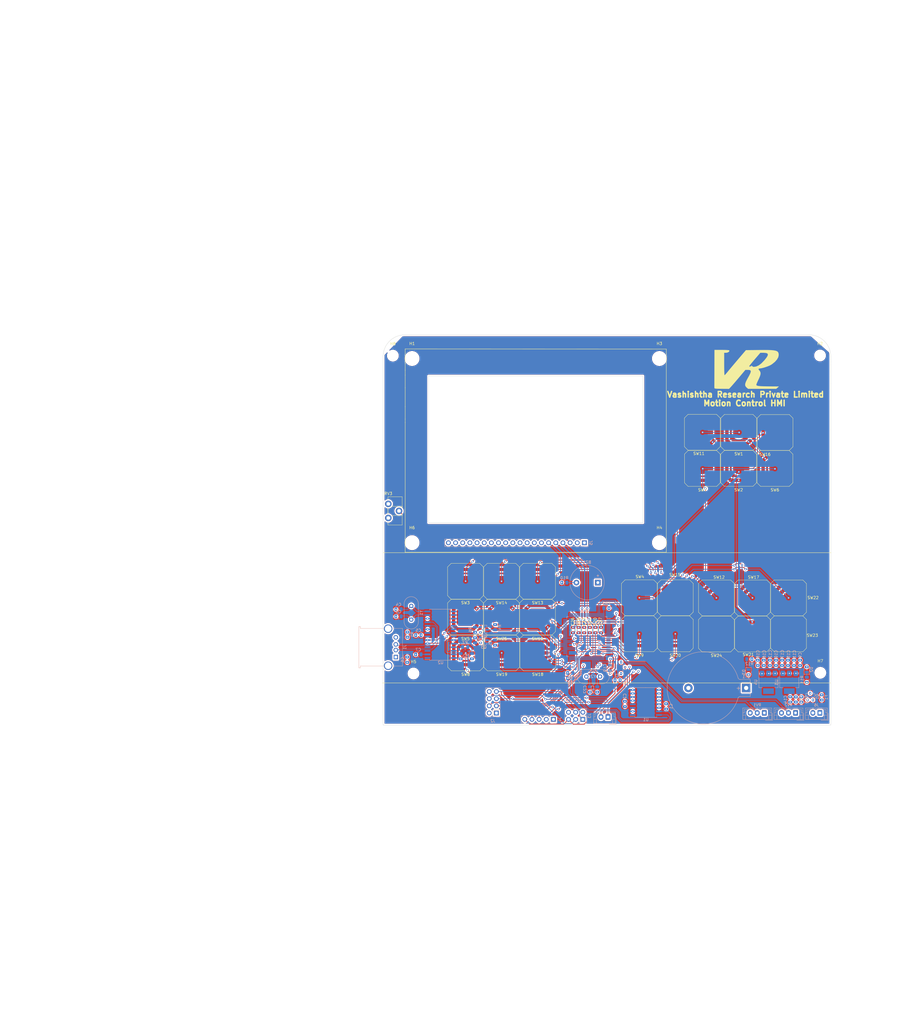
<source format=kicad_pcb>
(kicad_pcb (version 20240108) (generator "pcbnew") (generator_version "8.0")
  (layers (0 "F.Cu" signal) (1 "In1.Cu" power) (2 "In2.Cu" power) (31 "B.Cu" signal) (34 "B.Paste" user) (35 "F.Paste" user) (36 "B.SilkS" user "B.Silkscreen") (37 "F.SilkS" user "F.Silkscreen") (38 "B.Mask" user) (39 "F.Mask" user) (44 "Edge.Cuts" user))
  (net 0 "")
  (net 1 "BAT")
  (net 2 "BUZZER")
  (net 3 "Net-(BZ1-Pad2)")
  (net 4 "XI")
  (net 5 "XO")
  (net 6 "Net-(C7-Pad1)")
  (net 7 "12V_IN")
  (net 8 "Net-(C13-Pad1)")
  (net 9 "RST")
  (net 10 "AREF")
  (net 11 "XTAL_1")
  (net 12 "XTAL_2")
  (net 13 "AVCC")
  (net 14 "Net-(D1-Pad1)")
  (net 15 "12V")
  (net 16 "Net-(F1-Pad2)")
  (net 17 "Net-(J1-Pad5)")
  (net 18 "USB_D-")
  (net 19 "USB_D+")
  (net 20 "CE")
  (net 21 "CSN")
  (net 22 "SCK")
  (net 23 "MOSI")
  (net 24 "MISO")
  (net 26 "TXD")
  (net 27 "RXD")
  (net 28 "VO")
  (net 29 "RS")
  (net 41 "HV_TXD_1")
  (net 42 "HV_RXD_1")
  (net 43 "Net-(R2-Pad2)")
  (net 44 "SCL")
  (net 45 "SDA")
  (net 46 "Pot_1")
  (net 47 "Pot_2")
  (net 48 "Row0")
  (net 49 "Col0")
  (net 50 "Row1")
  (net 51 "Row2")
  (net 52 "Row3")
  (net 53 "Row4")
  (net 54 "Col1")
  (net 55 "Col2")
  (net 56 "Col3")
  (net 57 "Col4")
  (net 136 "TXD_2")
  (net 137 "RXD_2")
  (net 138 "GND")
  (net 139 "LV_TXD_1")
  (net 140 "5v")
  (net 141 "3.3V_OUT")
  (net 142 "Net-(D2-Pad1)")
  (net 143 "Net-(D3-Pad1)")
  (net 144 "TXD_1")
  (footprint "Keypad_lcd:Key_Dome" (layer "F.Cu") (at 89.2048 137.16)
    (property "Reference" "SW8")
    (property "Value" "X-")
  )
  (footprint "MountingHole:MountingHole_4.3mm_M4" (layer "F.Cu") (at 157.988 98.044)
    (property "Reference" "H4")
    (property "Value" "MountingHole")
  )
  (footprint "Capacitor_SMD:C_0805_2012Metric" (layer "F.Cu") (at 131.2926 129.0726 -90)
    (property "Reference" "C23")
    (property "Value" "100nf")
  )
  (footprint "Keypad_lcd:Key_Dome" (layer "F.Cu") (at 178.2064 130.4544)
    (property "Reference" "SW24")
    (property "Value" "Go Home")
  )
  (footprint "Capacitor_SMD:C_0805_2012Metric" (layer "F.Cu") (at 133.2992 129.0726 -90)
    (property "Reference" "C21")
    (property "Value" "100nf")
  )
  (footprint "Keypad_lcd:Key_Dome" (layer "F.Cu") (at 178.2064 117.6528)
    (property "Reference" "SW12")
    (property "Value" "Start")
  )
  (footprint "Keypad_lcd:Key_Dome" (layer "F.Cu") (at 163.6268 117.602)
    (property "Reference" "SW15")
    (property "Value" "C+")
  )
  (footprint "Keypad_lcd:Key_Dome" (layer "F.Cu") (at 101.9556 124.5108)
    (property "Reference" "SW25")
    (property "Value" "Null")
  )
  (footprint "Potentiometer_THT:Potentiometer_ACP_CA9-H3,8_Horizontal" (layer "F.Cu") (at 61.7778 84.2914)
    (property "Reference" "RV3")
    (property "Value" "R_Potentiometer_US")
  )
  (footprint "Keypad_lcd:Key_Dome" (layer "F.Cu") (at 198.9784 71.7244)
    (property "Reference" "SW6")
    (property "Value" "RIGHT")
  )
  (footprint "MountingHole:MountingHole_3.2mm_M3" (layer "F.Cu") (at 215.0872 144.2212)
    (property "Reference" "H7")
    (property "Value" "MountingHole")
  )
  (footprint "Keypad_lcd:Key_Dome" (layer "F.Cu") (at 199.009 58.9534)
    (property "Reference" "SW16")
    (property "Value" "BACK")
  )
  (footprint "Capacitor_SMD:C_0805_2012Metric" (layer "F.Cu") (at 135.3058 129.0676 -90)
    (property "Reference" "C20")
    (property "Value" "100nf")
  )
  (footprint "Keypad_lcd:Key_Dome" (layer "F.Cu") (at 101.9556 111.76)
    (property "Reference" "SW14")
    (property "Value" "A+")
  )
  (footprint "Keypad_lcd:Key_Dome" (layer "F.Cu") (at 114.7572 111.76)
    (property "Reference" "SW13")
    (property "Value" "Y+")
  )
  (footprint "Keypad_lcd:Key_Dome" (layer "F.Cu") (at 89.154 124.5108)
    (property "Reference" "SW5")
    (property "Value" "B+")
  )
  (footprint "Keypad_lcd:Key_Dome" (layer "F.Cu") (at 191.008 130.438)
    (property "Reference" "SW21")
    (property "Value" "Set Mode")
  )
  (footprint "Keypad_lcd:Key_Dome" (layer "F.Cu") (at 89.154 111.76)
    (property "Reference" "SW3")
    (property "Value" "X+")
  )
  (footprint "Keypad_lcd:Key_Dome" (layer "F.Cu") (at 173.228 71.7296)
    (property "Reference" "SW7")
    (property "Value" "LEFT")
  )
  (footprint "Keypad_lcd:Key_Dome" (layer "F.Cu") (at 114.752 124.5056)
    (property "Reference" "SW10")
    (property "Value" "B-")
  )
  (footprint "Keypad_lcd:Key_Dome" (layer "F.Cu") (at 102.0064 137.16)
    (property "Reference" "SW19")
    (property "Value" "A-")
  )
  (footprint "LOGO" (layer "F.Cu") (at 188.7474 36.2204)
    (property "Reference" "G***")
    (property "Value" "LOGO" (hide yes))
  )
  (footprint "Keypad_lcd:Key_Dome" (layer "F.Cu") (at 150.876 117.602)
    (property "Reference" "SW4")
    (property "Value" "Z+")
  )
  (footprint "Keypad_lcd:Key_Dome" (layer "F.Cu") (at 163.6268 130.4036)
    (property "Reference" "SW20")
    (property "Value" "C-")
  )
  (footprint "Capacitor_SMD:C_0805_2012Metric" (layer "F.Cu") (at 129.286 129.0676 -90)
    (property "Reference" "C25")
    (property "Value" "100nf")
  )
  (footprint "Keypad_lcd:Key_Dome" (layer "F.Cu") (at 191.008 117.6528)
    (property "Reference" "SW17")
    (property "Value" "Pause")
  )
  (footprint "Capacitor_SMD:C_0805_2012Metric" (layer "F.Cu") (at 127.2794 129.0676 -90)
    (property "Reference" "C26")
    (property "Value" "100nf")
  )
  (footprint "Keypad_lcd:Key_Dome" (layer "F.Cu") (at 203.8096 130.4036)
    (property "Reference" "SW23")
    (property "Value" "Set Home")
  )
  (footprint "Keypad_lcd:Key_Dome" (layer "F.Cu") (at 114.808 137.1652)
    (property "Reference" "SW18")
    (property "Value" "Y-")
  )
  (footprint "Keypad_lcd:Key_Dome" (layer "F.Cu") (at 173.2026 58.9026)
    (property "Reference" "SW11")
    (property "Value" "OK")
  )
  (footprint "MountingHole:MountingHole_3.2mm_M3" (layer "F.Cu") (at 63.3984 31.6992)
    (property "Reference" "H8")
    (property "Value" "MountingHole")
  )
  (footprint "Keypad_lcd:Key_Dome" (layer "F.Cu") (at 186.1312 58.928)
    (property "Reference" "SW1")
    (property "Value" "UP")
  )
  (footprint "Keypad_lcd:Key_Dome" (layer "F.Cu") (at 186.1058 71.7132)
    (property "Reference" "SW2")
    (property "Value" "DOWN")
  )
  (footprint "Keypad_lcd:Key_Dome" (layer "F.Cu") (at 150.876 130.3872)
    (property "Reference" "SW9")
    (property "Value" "Z-")
  )
  (footprint "MountingHole:MountingHole_3.2mm_M3" (layer "F.Cu") (at 70.7136 144.4752)
    (property "Reference" "H5")
    (property "Value" "MountingHole")
  )
  (footprint "MountingHole:MountingHole_3.2mm_M3" (layer "F.Cu") (at 214.9856 31.6484)
    (property "Reference" "H2")
    (property "Value" "MountingHole")
  )
  (footprint "MountingHole:MountingHole_4.3mm_M4" (layer "F.Cu") (at 70.2056 32.7152)
    (property "Reference" "H1")
    (property "Value" "MountingHole")
  )
  (footprint "Capacitor_SMD:C_0805_2012Metric" (layer "F.Cu") (at 137.3124 129.0676 -90)
    (property "Reference" "C27")
    (property "Value" "100nf")
  )
  (footprint "MountingHole:MountingHole_4.3mm_M4" (layer "F.Cu") (at 157.988 32.7152)
    (property "Reference" "H3")
    (property "Value" "MountingHole")
  )
  (footprint "Keypad_lcd:Key_Dome" (layer "F.Cu") (at 203.8096 117.6528)
    (property "Reference" "SW22")
    (property "Value" "Reset")
  )
  (footprint "MountingHole:MountingHole_4.3mm_M4" (layer "F.Cu") (at 70.2056 98.044)
    (property "Reference" "H6")
    (property "Value" "MountingHole")
  )
  (footprint "Resistor_SMD:R_0805_2012Metric" (layer "B.Cu") (at 68.58 130.6849 90)
    (property "Reference" "R1")
    (property "Value" "0R")
  )
  (footprint "LED_SMD:LED_0805_2012Metric" (layer "B.Cu") (at 210.2612 143.0759 90)
    (property "Reference" "D2")
    (property "Value" "LED")
  )
  (footprint "Resistor_SMD:R_0805_2012Metric" (layer "B.Cu") (at 143.1309 146.8628 180)
    (property "Reference" "R3")
    (property "Value" "10k")
  )
  (footprint "Capacitor_SMD:C_0805_2012Metric" (layer "B.Cu") (at 201.4982 140.6906 90)
    (property "Reference" "C17")
    (property "Value" "100nf")
  )
  (footprint "Connector_USB:USB_A_Molex_67643_Horizontal" (layer "B.Cu") (at 64.432 138.6448 90)
    (property "Reference" "J1")
    (property "Value" "USB_A")
  )
  (footprint "Capacitor_SMD:C_0805_2012Metric" (layer "B.Cu") (at 204.3938 153.6802 -90)
    (property "Reference" "C14")
    (property "Value" "10nf")
  )
  (footprint "Capacitor_SMD:C_0805_2012Metric" (layer "B.Cu") (at 145.7198 155.2854 90)
    (property "Reference" "C2")
    (property "Value" "1uf")
  )
  (footprint "Capacitor_SMD:C_0805_2012Metric" (layer "B.Cu") (at 197.1802 140.6906 90)
    (property "Reference" "C12")
    (property "Value" "100nf")
  )
  (footprint "Connector_PinHeader_2.54mm:PinHeader_1x05_P2.54mm_Vertical" (layer "B.Cu") (at 120.3706 160.7312 90)
    (property "Reference" "J4")
    (property "Value" "Conn_01x05")
  )
  (footprint "Package_TO_SOT_SMD:SOT-223" (layer "B.Cu") (at 204.0636 147.574 -90)
    (property "Reference" "U3")
    (property "Value" "LM1117-5.0")
  )
  (footprint "Capacitor_SMD:C_0805_2012Metric" (layer "B.Cu") (at 205.7654 140.6906 90)
    (property "Reference" "C11")
    (property "Value" "100nf")
  )
  (footprint "Capacitor_SMD:C_0805_2012Metric" (layer "B.Cu") (at 160.401 156.149 90)
    (property "Reference" "C1")
    (property "Value" "1uf")
  )
  (footprint "Capacitor_SMD:C_0805_2012Metric" (layer "B.Cu") (at 68.5038 139.5882 -90)
    (property "Reference" "C6")
    (property "Value" "10uf")
  )
  (footprint "Resistor_SMD:R_0805_2012Metric" (layer "B.Cu") (at 92.5576 132.7169 90)
    (property "Reference" "R7")
    (property "Value" "10k")
  )
  (footprint "Resistor_SMD:R_0805_2012Metric" (layer "B.Cu") (at 99.6696 133.5259 -90)
    (property "Reference" "R5")
    (property "Value" "10k")
  )
  (footprint "Capacitor_SMD:C_0805_2012Metric" (layer "B.Cu") (at 65.3948 124.2314 180)
    (property "Reference" "C3")
    (property "Value" "22pf")
  )
  (footprint "Capacitor_SMD:C_0805_2012Metric" (layer "B.Cu") (at 195.0212 140.6906 90)
    (property "Reference" "C16")
    (property "Value" "1uf")
  )
  (footprint "Package_TO_SOT_SMD:SOT-223" (layer "B.Cu") (at 196.6976 147.574 -90)
    (property "Reference" "U4")
    (property "Value" "LM1117-3.3")
  )
  (footprint "Battery:BatteryHolder_Keystone_104_1x23mm" (layer "B.Cu") (at 188.7728 149.606 180)
    (property "Reference" "BT1")
    (property "Value" "Battery_Cell")
  )
  (footprint "Resistor_SMD:R_0805_2012Metric" (layer "B.Cu") (at 206.375 153.6973 90)
    (property "Reference" "FB1")
    (property "Value" "FerriteBead_Small")
  )
  (footprint "Connector_JST:JST_EH_B2B-EH-A_1x02_P2.50mm_Vertical" (layer "B.Cu") (at 139.7508 159.893 180)
    (property "Reference" "J7")
    (property "Value" "Conn_01x02")
  )
  (footprint "Package_TO_SOT_SMD:SOT-23W" (layer "B.Cu") (at 95.6564 132.6388)
    (property "Reference" "Q3")
    (property "Value" "Q_NMOS_GSD")
  )
  (footprint "Connector_JST:JST_EH_B3B-EH-A_1x03_P2.50mm_Vertical" (layer "B.Cu") (at 195.1952 158.4452 180)
    (property "Reference" "RV1")
    (property "Value" "R_Potentiometer_US")
  )
  (footprint "Capacitor_SMD:C_0805_2012Metric" (layer "B.Cu") (at 72.4306 137.6934 180)
    (property "Reference" "C7")
    (property "Value" "1uf")
  )
  (footprint "Capacitor_SMD:C_0805_2012Metric" (layer "B.Cu") (at 133.2738 150.1242 -90)
    (property "Reference" "C22")
    (property "Value" "22pf")
  )
  (footprint "Package_TO_SOT_SMD:SOT-23W" (layer "B.Cu") (at 211.516 152.6732 90)
    (property "Reference" "Q1")
    (property "Value" "Q_PMOS_GSD")
  )
  (footprint "Capacitor_SMD:C_0805_2012Metric" (layer "B.Cu") (at 199.3392 140.6906 90)
    (property "Reference" "C10")
    (property "Value" "10uf")
  )
  (footprint "LED_SMD:LED_0805_2012Metric" (layer "B.Cu") (at 91.44 138.3261 -90)
    (property "Reference" "D1")
    (property "Value" "RED")
  )
  (footprint "Buzzer_Beeper:Buzzer_12x9.5RM7.6" (layer "B.Cu") (at 136.134 112.2172 180)
    (property "Reference" "BZ1")
    (property "Value" "Buzzer")
  )
  (footprint "Resistor_SMD:R_0805_2012Metric" (layer "B.Cu") (at 210.2866 146.6831 -90)
    (property "Reference" "R11")
    (property "Value" "R_Small_US")
  )
  (footprint "Capacitor_SMD:C_0805_2012Metric" (layer "B.Cu") (at 207.899 140.6906 90)
    (property "Reference" "C9")
    (property "Value" "10uf")
  )
  (footprint "Resistor_SMD:R_0805_2012Metric" (layer "B.Cu") (at 124.2587 112.2172 180)
    (property "Reference" "R10")
    (property "Value" "100R")
  )
  (footprint "Resistor_SMD:R_0805_2012Metric" (layer "B.Cu") (at 126.3415 144.272)
    (property "Reference" "R9")
    (property "Value" "10k")
  )
  (footprint "Capacitor_SMD:C_0805_2012Metric" (layer "B.Cu") (at 65.4202 121.6914 180)
    (property "Reference" "C4")
    (property "Value" "22pf")
  )
  (footprint "Resistor_SMD:R_0805_2012Metric" (layer "B.Cu") (at 99.6696 128.0433 90)
    (property "Reference" "R4")
    (property "Value" "10k")
  )
  (footprint "Capacitor_SMD:C_0805_2012Metric" (layer "B.Cu") (at 135.9408 150.1242 -90)
    (property "Reference" "C24")
    (property "Value" "22pf")
  )
  (footprint "Crystal:Crystal_HC49-4H_Vertical" (layer "B.Cu") (at 69.9262 125.3744 90)
    (property "Reference" "Y1")
    (property "Value" "12MHz")
  )
  (footprint "Capacitor_SMD:C_0805_2012Metric" (layer "B.Cu") (at 203.6318 140.6906 90)
    (property "Reference" "C15")
    (property "Value" "1uf")
  )
  (footprint "Connector_JST:JST_EH_B2B-EH-A_1x02_P2.50mm_Vertical" (layer "B.Cu") (at 214.9348 158.4452 180)
    (property "Reference" "J6")
    (property "Value" "Conn_01x02")
  )
  (footprint "Button_Switch_SMD:SW_Push_1P1T_NO_Vertical_Wuerth_434133025816" (layer "B.Cu") (at 143.2896 142.4862 -90)
    (property "Reference" "SW26")
    (property "Value" "SW_Push")
  )
  (footprint "Capacitor_SMD:C_0805_2012Metric" (layer "B.Cu") (at 72.451 130.8608 180)
    (property "Reference" "C5")
    (property "Value" "10nf")
  )
  (footprint "Package_TO_SOT_SMD:SOT-23W" (layer "B.Cu") (at 95.6564 128.9558)
    (property "Reference" "Q2")
    (property "Value" "Q_NMOS_GSD")
  )
  (footprint "Capacitor_SMD:C_0805_2012Metric" (layer "B.Cu") (at 192.8622 140.6906 90)
    (property "Reference" "C18")
    (property "Value" "100nf")
  )
  (footprint "Resistor_SMD:R_0805_2012Metric" (layer "B.Cu") (at 92.5576 128.9285 -90)
    (property "Reference" "R6")
    (property "Value" "10k")
  )
  (footprint "Resistor_SMD:R_0805_2012Metric" (layer "B.Cu") (at 189.8885 139.3698)
    (property "Reference" "R12")
    (property "Value" "R_Small_US")
  )
  (footprint "Resistor_SMD:R_0805_2012Metric" (layer "B.Cu") (at 139.1647 121.285 180)
    (property "Reference" "FB2")
    (property "Value" "Ferrite_Bead_Small")
  )
  (footprint "LED_SMD:LED_0805_2012Metric" (layer "B.Cu") (at 189.611 143.9949 -90)
    (property "Reference" "D3")
    (property "Value" "LED")
  )
  (footprint "Connector_PinSocket_2.54mm:PinSocket_2x04_P2.54mm_Vertical" (layer "B.Cu") (at 100.1268 158.496)
    (property "Reference" "J2")
    (property "Value" "Conn_02x04_Odd_Even")
  )
  (footprint "Capacitor_SMD:C_0805_2012Metric" (layer "B.Cu") (at 87.4268 138.3386 90)
    (property "Reference" "C8")
    (property "Value" "0.1uf")
  )
  (footprint "Package_QFP:TQFP-100_14x14mm_P0.5mm" (layer "B.Cu") (at 132.2456 131.3771 180)
    (property "Reference" "U5")
    (property "Value" "ATmega2560-16AU")
  )
  (footprint "Connector_PinHeader_2.54mm:PinHeader_2x03_P2.54mm_Vertical" (layer "B.Cu") (at 130.81 160.7566 90)
    (property "Reference" "J3")
    (property "Value" "AVR-ISP-6")
  )
  (footprint "Package_SO:SOIC-16W_7.5x10.3mm_P1.27mm" (layer "B.Cu") (at 153.162 154.7368)
    (property "Reference" "U1")
    (property "Value" "DS3231M")
  )
  (footprint "Connector_JST:JST_EH_B3B-EH-A_1x03_P2.50mm_Vertical" (layer "B.Cu") (at 206.2988 158.4452 180)
    (property "Reference" "RV2")
    (property "Value" "R_Potentiometer_US")
  )
  (footprint "Fuse:Fuse_0805_2012Metric" (layer "B.Cu") (at 215.5698 152.9611 90)
    (property "Reference" "F1")
    (property "Value" "Polyfuse_Small")
  )
  (footprint "Resistor_SMD:R_0805_2012Metric" (layer "B.Cu") (at 89.0543 135.0772 180)
    (property "Reference" "R2")
    (property "Value" "1K")
  )
  (footprint "Resistor_SMD:R_0805_2012Metric" (layer "B.Cu") (at 126.3396 146.2024)
    (property "Reference" "R8")
    (property "Value" "10k")
  )
  (footprint "Crystal:Crystal_HC49-4H_Vertical" (layer "B.Cu") (at 132.0514 145.5674)
    (property "Reference" "Y2")
    (property "Value" "16MHz")
  )
  (footprint "Package_SO:SOIC-28W_7.5x17.9mm_P1.27mm" (layer "B.Cu") (at 80.342 130.7084)
    (property "Reference" "U2")
    (property "Value" "CH376S-ch376s")
  )
  (footprint "Capacitor_SMD:C_0805_2012Metric" (layer "B.Cu") (at 140.3858 142.4534 -90)
    (property "Reference" "C19")
    (property "Value" "22pf")
  )
  (footprint "Connector_PinHeader_2.54mm:PinHeader_1x20_P2.54mm_Vertical" (layer "B.Cu") (at 131.3688 98.0948 90)
    (property "Reference" "J5")
    (property "Value" "Conn_01x20")
  )
  (footprint "Capacitor_SMD:C_0805_2012Metric" (layer "B.Cu") (at 208.3308 153.6852 90)
    (property "Reference" "C13")
    (property "Value" "10nf")
  )
  (gr_line (start 67.7672 43.0784) (end 67.7672 49.784) (stroke (width 0.15)) (layer "F.SilkS"))
  (gr_line (start 67.7672 49.784) (end 67.7672 54.2036) (stroke (width 0.15)) (layer "F.SilkS"))
  (gr_line (start 59.944 101.6) (end 218.948 101.6) (stroke (width 0.15)) (layer "F.SilkS"))
  (gr_line (start 59.69 147.828) (end 218.694 147.828) (stroke (width 0.15)) (layer "F.SilkS"))
  (gr_line (start 67.7672 101.3968) (end 67.7672 101.4476) (stroke (width 0.15)) (layer "F.SilkS"))
  (gr_line (start 160.4264 29.3624) (end 160.4264 101.4476) (stroke (width 0.15)) (layer "F.SilkS"))
  (gr_line (start 67.7672 54.2036) (end 67.7672 55.4228) (stroke (width 0.15)) (layer "F.SilkS"))
  (gr_line (start 160.4264 101.4476) (end 67.7672 101.4476) (stroke (width 0.15)) (layer "F.SilkS"))
  (gr_line (start 67.7672 55.4228) (end 67.7672 100.7364) (stroke (width 0.15)) (layer "F.SilkS"))
  (gr_line (start 67.7672 36.8808) (end 67.7672 38.608) (stroke (width 0.15)) (layer "F.SilkS"))
  (gr_line (start 67.7672 29.3116) (end 160.4264 29.3624) (stroke (width 0.15)) (layer "F.SilkS"))
  (gr_line (start 67.7672 38.608) (end 67.7672 43.0784) (stroke (width 0.15)) (layer "F.SilkS"))
  (gr_line (start 67.7672 29.3116) (end 67.7672 34.4932) (stroke (width 0.15)) (layer "F.SilkS"))
  (gr_line (start 67.7672 34.4932) (end 67.7672 36.8808) (stroke (width 0.15)) (layer "F.SilkS"))
  (gr_line (start 67.7672 100.7364) (end 67.7672 101.3968) (stroke (width 0.15)) (layer "F.SilkS"))
  (gr_line (start 218.7956 57.912) (end 218.7956 75.3364) (stroke (width 0.1)) (layer "Edge.Cuts"))
  (gr_line (start 76.073 90.9828) (end 152.146 90.9828) (stroke (width 0.1)) (layer "Edge.Cuts"))
  (gr_line (start 218.7956 84.328) (end 218.7956 85.4456) (stroke (width 0.1)) (layer "Edge.Cuts"))
  (gr_line (start 59.944 162.7632) (end 59.944 31.9532) (stroke (width 0.1)) (layer "Edge.Cuts"))
  (gr_arc (start 59.944 31.9532) (mid 62.226646 26.544004) (end 67.6656 24.3332) (stroke (width 0.1)) (layer "Edge.Cuts"))
  (gr_line (start 218.7956 34.798) (end 218.7956 35.052) (stroke (width 0.1)) (layer "Edge.Cuts"))
  (gr_line (start 218.7956 108.4072) (end 218.7956 134.8232) (stroke (width 0.1)) (layer "Edge.Cuts"))
  (gr_line (start 218.7956 75.3364) (end 218.7956 84.328) (stroke (width 0.1)) (layer "Edge.Cuts"))
  (gr_line (start 218.7956 37.4396) (end 218.7956 38.862) (stroke (width 0.1)) (layer "Edge.Cuts"))
  (gr_line (start 67.183 162.7632) (end 59.944 162.7632) (stroke (width 0.1)) (layer "Edge.Cuts"))
  (gr_line (start 218.7956 85.4456) (end 218.7956 102.7684) (stroke (width 0.1)) (layer "Edge.Cuts"))
  (gr_line (start 76.073 38.9128) (end 152.146 38.9128) (stroke (width 0.1)) (layer "Edge.Cuts"))
  (gr_line (start 218.7956 32.0548) (end 218.7956 33.0708) (stroke (width 0.1)) (layer "Edge.Cuts"))
  (gr_line (start 218.7956 158.496) (end 218.7956 159.6136) (stroke (width 0.1)) (layer "Edge.Cuts"))
  (gr_line (start 218.7956 38.862) (end 218.7956 41.5544) (stroke (width 0.1)) (layer "Edge.Cuts"))
  (gr_line (start 218.7956 33.8328) (end 218.7956 34.798) (stroke (width 0.1)) (layer "Edge.Cuts"))
  (gr_line (start 218.7956 33.0708) (end 218.7956 33.8328) (stroke (width 0.1)) (layer "Edge.Cuts"))
  (gr_line (start 218.7956 134.8232) (end 218.7956 158.496) (stroke (width 0.1)) (layer "Edge.Cuts"))
  (gr_arc (start 211.1248 24.3332) (mid 216.566805 26.597915) (end 218.795432 32.054799) (stroke (width 0.1)) (layer "Edge.Cuts"))
  (gr_line (start 67.183 162.7632) (end 210.693 162.7632) (stroke (width 0.1)) (layer "Edge.Cuts"))
  (gr_line (start 218.7956 43.6372) (end 218.7956 47.5488) (stroke (width 0.1)) (layer "Edge.Cuts"))
  (gr_line (start 218.7956 159.6136) (end 218.7956 162.7632) (stroke (width 0.1)) (layer "Edge.Cuts"))
  (gr_line (start 218.7956 41.5544) (end 218.7956 43.6372) (stroke (width 0.1)) (layer "Edge.Cuts"))
  (gr_line (start 67.6656 24.3332) (end 69.596 24.3332) (stroke (width 0.1)) (layer "Edge.Cuts"))
  (gr_line (start 76.073 90.9828) (end 76.073 38.9128) (stroke (width 0.1)) (layer "Edge.Cuts"))
  (gr_line (start 152.146 38.9128) (end 152.146 90.9828) (stroke (width 0.1)) (layer "Edge.Cuts"))
  (gr_line (start 218.7956 102.7684) (end 218.7956 108.4072) (stroke (width 0.1)) (layer "Edge.Cuts"))
  (gr_line (start 218.7956 35.052) (end 218.7956 37.4396) (stroke (width 0.1)) (layer "Edge.Cuts"))
  (gr_line (start 218.7956 162.7632) (end 210.693 162.7632) (stroke (width 0.1)) (layer "Edge.Cuts"))
  (gr_line (start 218.7956 49.4284) (end 218.7956 57.912) (stroke (width 0.1)) (layer "Edge.Cuts"))
  (gr_line (start 218.7956 47.5488) (end 218.7956 49.4284) (stroke (width 0.1)) (layer "Edge.Cuts"))
  (gr_line (start 69.596 24.3332) (end 211.1248 24.3332) (stroke (width 0.1)) (layer "Edge.Cuts"))
  (gr_text "Vashishtha Research Private Limited" (at 188.5442 45.4914 0) (layer "F.SilkS") (effects (font (size 2 2) (thickness 0.5))))
  (gr_text "Motion Control HMI" (at 188.1886 48.5902 0) (layer "F.SilkS") (effects (font (size 2 2) (thickness 0.5))))
  (via (at 160.4264 157.1244) (size 0.8) (drill 0.4) (layers "F.Cu" "B.Cu") (net 1))
  (via (at 157.8356 156.6418) (size 0.8) (drill 0.4) (layers "F.Cu" "B.Cu") (net 1))
  (via (at 142.6718 123.1138) (size 0.8) (drill 0.4) (layers "F.Cu" "B.Cu") (net 2))
  (segment (start 141.5261 125.3771) (end 142.6718 124.2314) (width 0.25) (layer "B.Cu") (net 2))
  (segment (start 142.6718 124.2314) (end 142.6718 123.1138) (width 0.25) (layer "B.Cu") (net 2))
  (segment (start 139.9081 125.3771) (end 141.5261 125.3771) (width 0.25) (layer "B.Cu") (net 2))
  (segment (start 125.1712 112.2172) (end 128.534 112.2172) (width 0.25) (layer "B.Cu") (net 3))
  (segment (start 66.5226 124.0536) (end 66.3448 124.2314) (width 0.25) (layer "B.Cu") (net 4))
  (segment (start 71.5772 123.7234) (end 69.9262 125.3744) (width 0.25) (layer "B.Cu") (net 4))
  (segment (start 75.692 123.7234) (end 71.5772 123.7234) (width 0.25) (layer "B.Cu") (net 4))
  (segment (start 68.6054 124.0536) (end 66.5226 124.0536) (width 0.25) (layer "B.Cu") (net 4))
  (segment (start 69.9262 125.3744) (end 68.6054 124.0536) (width 0.25) (layer "B.Cu") (net 4))
  (segment (start 69.9262 120.4944) (end 68.7292 121.6914) (width 0.25) (layer "B.Cu") (net 5))
  (segment (start 75.692 122.4534) (end 71.8852 122.4534) (width 0.25) (layer "B.Cu") (net 5))
  (segment (start 71.8852 122.4534) (end 69.9262 120.4944) (width 0.25) (layer "B.Cu") (net 5))
  (segment (start 68.7292 121.6914) (end 66.3702 121.6914) (width 0.25) (layer "B.Cu") (net 5))
  (segment (start 73.3806 137.6934) (end 75.692 137.6934) (width 0.25) (layer "B.Cu") (net 6))
  (via (at 204.3938 152.7048) (size 0.8) (drill 0.4) (layers "F.Cu" "B.Cu") (net 7))
  (via (at 207.899 141.6558) (size 0.8) (drill 0.4) (layers "F.Cu" "B.Cu") (net 7))
  (via (at 205.74 141.6558) (size 0.8) (drill 0.4) (layers "F.Cu" "B.Cu") (net 7))
  (via (at 206.4004 152.7556) (size 0.8) (drill 0.4) (layers "F.Cu" "B.Cu") (net 7))
  (via (at 206.4004 144.4244) (size 0.8) (drill 0.4) (layers "F.Cu" "B.Cu") (net 7))
  (via (at 210.566 153.8478) (size 0.8) (drill 0.4) (layers "F.Cu" "B.Cu") (net 8))
  (via (at 208.3308 154.6352) (size 0.8) (drill 0.4) (layers "F.Cu" "B.Cu") (net 8))
  (via (at 206.375 154.6098) (size 0.8) (drill 0.4) (layers "F.Cu" "B.Cu") (net 8))
  (segment (start 142.2146 151.5364) (end 131.2672 162.4838) (width 0.25) (layer "F.Cu") (net 9))
  (segment (start 127.4572 162.4838) (end 125.73 160.7566) (width 0.25) (layer "F.Cu") (net 9))
  (segment (start 142.2146 146.859) (end 142.2146 151.5364) (width 0.25) (layer "F.Cu") (net 9))
  (segment (start 131.2672 162.4838) (end 127.4572 162.4838) (width 0.25) (layer "F.Cu") (net 9))
  (segment (start 110.2106 160.7312) (end 111.887 162.4076) (width 0.25) (layer "F.Cu") (net 9))
  (segment (start 124.079 162.4076) (end 125.73 160.7566) (width 0.25) (layer "F.Cu") (net 9))
  (segment (start 111.887 162.4076) (end 124.079 162.4076) (width 0.25) (layer "F.Cu") (net 9))
  (via (at 142.2146 146.859) (size 0.8) (drill 0.4) (layers "F.Cu" "B.Cu") (net 9))
  (segment (start 140.3858 140.5128) (end 140.4874 140.4112) (width 0.25) (layer "B.Cu") (net 9))
  (segment (start 142.0926 142.626) (end 142.2146 142.748) (width 0.25) (layer "B.Cu") (net 9))
  (segment (start 142.2146 142.748) (end 142.2146 144.5612) (width 0.25) (layer "B.Cu") (net 9))
  (segment (start 140.3858 141.5034) (end 140.3858 140.5128) (width 0.25) (layer "B.Cu") (net 9))
  (segment (start 142.2146 144.5612) (end 142.2146 146.859) (width 0.25) (layer "B.Cu") (net 9))
  (segment (start 136.2456 139.0396) (end 136.2456 139.842106) (width 0.25) (layer "B.Cu") (net 9))
  (segment (start 136.2456 139.842106) (end 136.814694 140.4112) (width 0.25) (layer "B.Cu") (net 9))
  (segment (start 140.4874 140.4112) (end 142.2146 140.4112) (width 0.25) (layer "B.Cu") (net 9))
  (segment (start 136.814694 140.4112) (end 140.4874 140.4112) (width 0.25) (layer "B.Cu") (net 9))
  (segment (start 142.2146 146.859) (end 142.2184 146.8628) (width 0.25) (layer "B.Cu") (net 9))
  (segment (start 142.2146 140.4112) (end 142.2146 142.748) (width 0.25) (layer "B.Cu") (net 9))
  (via (at 135.2804 128.1176) (size 0.8) (drill 0.4) (layers "F.Cu" "B.Cu") (net 10))
  (segment (start 137.2456 125.1364) (end 135.2804 127.1016) (width 0.25) (layer "B.Cu") (net 10))
  (segment (start 137.2456 123.7146) (end 137.2456 125.1364) (width 0.25) (layer "B.Cu") (net 10))
  (segment (start 135.2804 127.1016) (end 135.2804 128.1176) (width 0.25) (layer "B.Cu") (net 10))
  (segment (start 132.0514 145.5674) (end 134.2456 143.3732) (width 0.25) (layer "B.Cu") (net 11))
  (segment (start 133.2738 146.7898) (end 132.0514 145.5674) (width 0.25) (layer "B.Cu") (net 11))
  (segment (start 134.2456 143.3732) (end 134.2456 139.0396) (width 0.25) (layer "B.Cu") (net 11))
  (segment (start 133.2738 149.1742) (end 133.2738 146.7898) (width 0.25) (layer "B.Cu") (net 11))
  (segment (start 135.9408 146.558) (end 136.9314 145.5674) (width 0.25) (layer "B.Cu") (net 12))
  (segment (start 135.9408 149.1742) (end 135.9408 146.558) (width 0.25) (layer "B.Cu") (net 12))
  (segment (start 134.7456 143.3816) (end 136.9314 145.5674) (width 0.25) (layer "B.Cu") (net 12))
  (segment (start 134.7456 139.0396) (end 134.7456 143.3816) (width 0.25) (layer "B.Cu") (net 12))
  (via (at 137.287 128.1176) (size 0.8) (drill 0.4) (layers "F.Cu" "B.Cu") (net 13))
  (segment (start 138.2456 121.2916) (end 138.2522 121.285) (width 0.25) (layer "B.Cu") (net 13))
  (segment (start 138.2456 126.1684) (end 137.287 127.127) (width 0.25) (layer "B.Cu") (net 13))
  (segment (start 138.2456 123.7146) (end 138.2456 126.1684) (width 0.25) (layer "B.Cu") (net 13))
  (segment (start 138.2456 123.7146) (end 138.2456 121.2916) (width 0.25) (layer "B.Cu") (net 13))
  (segment (start 137.287 127.127) (end 137.287 128.1176) (width 0.25) (layer "B.Cu") (net 13))
  (segment (start 91.44 135.6614) (end 91.44 137.3886) (width 0.25) (layer "B.Cu") (net 14))
  (segment (start 89.9668 135.0772) (end 90.8558 135.0772) (width 0.25) (layer "B.Cu") (net 14))
  (segment (start 90.8558 135.0772) (end 91.44 135.6614) (width 0.25) (layer "B.Cu") (net 14))
  (via (at 215.5952 153.8732) (size 0.8) (drill 0.4) (layers "F.Cu" "B.Cu") (net 15))
  (via (at 215.5444 151.9936) (size 0.8) (drill 0.4) (layers "F.Cu" "B.Cu") (net 16))
  (via (at 211.4804 151.4856) (size 0.8) (drill 0.4) (layers "F.Cu" "B.Cu") (net 16))
  (via (at 68.58 129.7432) (size 0.8) (drill 0.4) (layers "F.Cu" "B.Cu") (net 17))
  (segment (start 79.26652 133.83948) (end 79.266519 127.875913) (width 0.2) (layer "B.Cu") (net 18))
  (segment (start 77.2922 135.8138) (end 79.26652 133.83948) (width 0.2) (layer "B.Cu") (net 18))
  (segment (start 64.432 136.1448) (end 65.3026 136.1448) (width 0.2) (layer "B.Cu") (net 18))
  (segment (start 65.3026 136.1448) (end 65.6336 135.8138) (width 0.2) (layer "B.Cu") (net 18))
  (segment (start 79.266519 127.875913) (end 77.654006 126.2634) (width 0.2) (layer "B.Cu") (net 18))
  (segment (start 65.6336 135.8138) (end 77.2922 135.8138) (width 0.2) (layer "B.Cu") (net 18))
  (segment (start 77.654006 126.2634) (end 75.692 126.2634) (width 0.2) (layer "B.Cu") (net 18))
  (segment (start 64.77012 134.48292) (end 77.37848 134.48292) (width 0.2) (layer "B.Cu") (net 19))
  (segment (start 64.432 134.1448) (end 64.77012 134.48292) (width 0.2) (layer "B.Cu") (net 19))
  (segment (start 78.867 128.0414) (end 78.359 127.5334) (width 0.2) (layer "B.Cu") (net 19))
  (segment (start 78.359 127.5334) (end 75.692 127.5334) (width 0.2) (layer "B.Cu") (net 19))
  (segment (start 78.867 132.9944) (end 78.867 128.0414) (width 0.2) (layer "B.Cu") (net 19))
  (segment (start 77.37848 134.48292) (end 78.867 132.9944) (width 0.2) (layer "B.Cu") (net 19))
  (segment (start 141.4018 143.6624) (end 131.2418 143.6624) (width 0.25) (layer "F.Cu") (net 20))
  (segment (start 142.4432 142.621) (end 141.4018 143.6624) (width 0.25) (layer "F.Cu") (net 20))
  (segment (start 131.2418 143.6624) (end 118.9482 155.956) (width 0.25) (layer "F.Cu") (net 20))
  (segment (start 118.9482 155.956) (end 100.1268 155.956) (width 0.25) (layer "F.Cu") (net 20))
  (segment (start 142.4432 138.1252) (end 142.4432 142.621) (width 0.25) (layer "F.Cu") (net 20))
  (via (at 142.4432 138.1252) (size 0.8) (drill 0.4) (layers "F.Cu" "B.Cu") (net 20))
  (segment (start 139.9081 136.8771) (end 141.1951 136.8771) (width 0.25) (layer "B.Cu") (net 20))
  (segment (start 141.1951 136.8771) (end 142.4432 138.1252) (width 0.25) (layer "B.Cu") (net 20))
  (segment (start 138.93032 143.21288) (end 131.055602 143.21288) (width 0.25) (layer "F.Cu") (net 21))
  (segment (start 102.11568 155.50648) (end 101.390689 154.781489) (width 0.25) (layer "F.Cu") (net 21))
  (segment (start 140.5636 139.3444) (end 140.5636 141.5796) (width 0.25) (layer "F.Cu") (net 21))
  (segment (start 98.761311 154.781489) (end 97.5868 155.956) (width 0.25) (layer "F.Cu") (net 21))
  (segment (start 101.390689 154.781489) (end 98.761311 154.781489) (width 0.25) (layer "F.Cu") (net 21))
  (segment (start 118.762002 155.50648) (end 102.11568 155.50648) (width 0.25) (layer "F.Cu") (net 21))
  (segment (start 140.5636 141.5796) (end 138.93032 143.21288) (width 0.25) (layer "F.Cu") (net 21))
  (segment (start 131.055602 143.21288) (end 118.762002 155.50648) (width 0.25) (layer "F.Cu") (net 21))
  (via (at 140.5636 139.3444) (size 0.8) (drill 0.4) (layers "F.Cu" "B.Cu") (net 21))
  (segment (start 139.9081 136.3771) (end 142.1937 136.3771) (width 0.25) (layer "B.Cu") (net 21))
  (segment (start 142.9512 139.3444) (end 140.5636 139.3444) (width 0.25) (layer "B.Cu") (net 21))
  (segment (start 142.1937 136.3771) (end 143.2814 137.4648) (width 0.25) (layer "B.Cu") (net 21))
  (segment (start 143.2814 137.4648) (end 143.2814 139.0142) (width 0.25) (layer "B.Cu") (net 21))
  (segment (start 143.2814 139.0142) (end 142.9512 139.3444) (width 0.25) (layer "B.Cu") (net 21))
  (segment (start 128.663089 134.142097) (end 128.663089 142.100911) (width 0.25) (layer "F.Cu") (net 22))
  (segment (start 130.2512 133.477) (end 129.328186 133.477) (width 0.25) (layer "F.Cu") (net 22))
  (segment (start 136.5758 133.477) (end 130.2512 133.477) (width 0.25) (layer "F.Cu") (net 22))
  (segment (start 123.499209 121.6914) (end 121.365609 119.5578) (width 0.25) (layer "F.Cu") (net 22))
  (segment (start 121.365609 109.748991) (end 121.8946 109.22) (width 0.25) (layer "F.Cu") (net 22))
  (segment (start 125.311511 145.452489) (end 123.431911 145.452489) (width 0.25) (layer "F.Cu") (net 22))
  (segment (start 123.431911 145.452489) (end 115.1636 153.7208) (width 0.25) (layer "F.Cu") (net 22))
  (segment (start 106.2228 153.7208) (end 105.918 153.416) (width 0.25) (layer "F.Cu") (net 22))
  (segment (start 121.365609 119.5578) (end 121.365609 109.748991) (width 0.25) (layer "F.Cu") (net 22))
  (segment (start 129.921 125.4252) (end 126.1872 121.6914) (width 0.25) (layer "F.Cu") (net 22))
  (segment (start 115.1636 153.7208) (end 106.2228 153.7208) (width 0.25) (layer "F.Cu") (net 22))
  (segment (start 128.663089 142.100911) (end 125.311511 145.452489) (width 0.25) (layer "F.Cu") (net 22))
  (segment (start 126.1872 121.6914) (end 123.499209 121.6914) (width 0.25) (layer "F.Cu") (net 22))
  (segment (start 129.328186 133.477) (end 128.663089 134.142097) (width 0.25) (layer "F.Cu") (net 22))
  (via (at 105.918 153.416) (size 0.8) (drill 0.4) (layers "F.Cu" "B.Cu") (net 22))
  (via (at 136.5758 133.477) (size 0.8) (drill 0.4) (layers "F.Cu" "B.Cu") (net 22))
  (via (at 130.2512 133.477) (size 0.8) (drill 0.4) (layers "F.Cu" "B.Cu") (net 22))
  (via (at 129.921 125.4252) (size 0.8) (drill 0.4) (layers "F.Cu" "B.Cu") (net 22))
  (via (at 121.8946 109.22) (size 0.8) (drill 0.4) (layers "F.Cu" "B.Cu") (net 22))
  (segment (start 139.9081 134.8771) (end 137.9759 134.8771) (width 0.25) (layer "B.Cu") (net 22))
  (segment (start 105.918 153.416) (end 115.398311 153.416) (width 0.25) (layer "B.Cu") (net 22))
  (segment (start 122.8344 102.2604) (end 118.6688 98.0948) (width 0.25) (layer "B.Cu") (net 22))
  (segment (start 115.398311 153.416) (end 124.262911 162.2806) (width 0.25) (layer "B.Cu") (net 22))
  (segment (start 126.746 162.2806) (end 128.27 160.7566) (width 0.25) (layer "B.Cu") (net 22))
  (segment (start 122.8344 108.2802) (end 122.8344 102.2604) (width 0.25) (layer "B.Cu") (net 22))
  (segment (start 121.8946 109.22) (end 122.8344 108.2802) (width 0.25) (layer "B.Cu") (net 22))
  (segment (start 130.2512 125.7554) (end 129.921 125.4252) (width 0.25) (layer "B.Cu") (net 22))
  (segment (start 137.9759 134.8771) (end 136.5758 133.477) (width 0.25) (layer "B.Cu") (net 22))
  (segment (start 124.262911 162.2806) (end 126.746 162.2806) (width 0.25) (layer "B.Cu") (net 22))
  (segment (start 105.918 153.416) (end 100.1268 153.416) (width 0.25) (layer "B.Cu") (net 22))
  (segment (start 130.2512 133.477) (end 130.2512 125.7554) (width 0.25) (layer "B.Cu") (net 22))
  (segment (start 129.112609 138.984391) (end 129.112609 143.514205) (width 0.25) (layer "F.Cu") (net 23))
  (segment (start 119.007614 153.6192) (end 117.5766 153.6192) (width 0.25) (layer "F.Cu") (net 23))
  (segment (start 129.112609 143.514205) (end 119.007614 153.6192) (width 0.25) (layer "F.Cu") (net 23))
  (segment (start 141.4018 136.0932) (end 141.9606 135.5344) (width 0.25) (layer "F.Cu") (net 23))
  (segment (start 130.5306 121.4882) (end 130.5306 124.7648) (width 0.25) (layer "F.Cu") (net 23))
  (segment (start 133.4516 136.0932) (end 141.4018 136.0932) (width 0.25) (layer "F.Cu") (net 23))
  (segment (start 130.6576 137.4394) (end 129.112609 138.984391) (width 0.25) (layer "F.Cu") (net 23))
  (segment (start 132.7277 135.3693) (end 133.4516 136.0932) (width 0.25) (layer "F.Cu") (net 23))
  (segment (start 130.5306 124.7648) (end 131.1402 125.3744) (width 0.25) (layer "F.Cu") (net 23))
  (via (at 130.5306 121.4882) (size 0.8) (drill 0.4) (layers "F.Cu" "B.Cu") (net 23))
  (via (at 132.7277 135.3693) (size 0.8) (drill 0.4) (layers "F.Cu" "B.Cu") (net 23))
  (via (at 117.5766 153.6192) (size 0.8) (drill 0.4) (layers "F.Cu" "B.Cu") (net 23))
  (via (at 141.9606 135.5344) (size 0.8) (drill 0.4) (layers "F.Cu" "B.Cu") (net 23))
  (via (at 130.6576 137.4394) (size 0.8) (drill 0.4) (layers "F.Cu" "B.Cu") (net 23))
  (via (at 131.1402 125.3744) (size 0.8) (drill 0.4) (layers "F.Cu" "B.Cu") (net 23))
  (segment (start 98.761311 152.241489) (end 97.5868 153.416) (width 0.25) (layer "B.Cu") (net 23))
  (segment (start 121.2088 98.0948) (end 130.5306 107.4166) (width 0.25) (layer "B.Cu") (net 23))
  (segment (start 117.5766 153.6192) (end 116.198889 152.241489) (width 0.25) (layer "B.Cu") (net 23))
  (segment (start 117.5766 153.6192) (end 123.6726 153.6192) (width 0.25) (layer "B.Cu") (net 23))
  (segment (start 139.9081 135.3771) (end 141.8033 135.3771) (width 0.25) (layer "B.Cu") (net 23))
  (segment (start 132.7277 135.3693) (end 130.6576 137.4394) (width 0.25) (layer "B.Cu") (net 23))
  (segment (start 132.4864 135.128) (end 132.7277 135.3693) (width 0.25) (layer "B.Cu") (net 23))
  (segment (start 141.8033 135.3771) (end 141.9606 135.5344) (width 0.25) (layer "B.Cu") (net 23))
  (segment (start 141.9606 135.5344) (end 142.0368 135.6106) (width 0.25) (layer "B.Cu") (net 23))
  (segment (start 130.5306 107.4166) (end 130.5306 121.4882) (width 0.25) (layer "B.Cu") (net 23))
  (segment (start 116.198889 152.241489) (end 98.761311 152.241489) (width 0.25) (layer "B.Cu") (net 23))
  (segment (start 131.1402 125.3744) (end 132.4864 126.7206) (width 0.25) (layer "B.Cu") (net 23))
  (segment (start 132.4864 126.7206) (end 132.4864 135.128) (width 0.25) (layer "B.Cu") (net 23))
  (segment (start 132.7277 135.3693) (end 132.842 135.4836) (width 0.25) (layer "B.Cu") (net 23))
  (segment (start 123.6726 153.6192) (end 128.27 158.2166) (width 0.25) (layer "B.Cu") (net 23))
  (segment (start 131.0386 142.594164) (end 118.575804 155.05696) (width 0.25) (layer "F.Cu") (net 24))
  (segment (start 101.7778 150.876) (end 100.1268 150.876) (width 0.25) (layer "F.Cu") (net 24))
  (segment (start 101.9556 151.892) (end 101.9556 151.0538) (width 0.25) (layer "F.Cu") (net 24))
  (segment (start 118.575804 155.05696) (end 105.12056 155.05696) (width 0.25) (layer "F.Cu") (net 24))
  (segment (start 105.12056 155.05696) (end 101.9556 151.892) (width 0.25) (layer "F.Cu") (net 24))
  (segment (start 101.9556 151.0538) (end 101.7778 150.876) (width 0.25) (layer "F.Cu") (net 24))
  (segment (start 131.0386 141.6558) (end 131.0386 142.594164) (width 0.25) (layer "F.Cu") (net 24))
  (via (at 136.5758 135.3058) (size 0.8) (drill 0.4) (layers "F.Cu" "B.Cu") (net 24))
  (via (at 131.0386 141.6558) (size 0.8) (drill 0.4) (layers "F.Cu" "B.Cu") (net 24))
  (segment (start 129.635489 157.921079) (end 129.635489 159.582089) (width 0.25) (layer "B.Cu") (net 24))
  (segment (start 122.59041 150.876) (end 129.635489 157.921079) (width 0.25) (layer "B.Cu") (net 24))
  (segment (start 100.1268 150.876) (end 122.59041 150.876) (width 0.25) (layer "B.Cu") (net 24))
  (segment (start 137.1471 135.8771) (end 136.5758 135.3058) (width 0.25) (layer "B.Cu") (net 24))
  (segment (start 129.635489 159.582089) (end 130.81 160.7566) (width 0.25) (layer "B.Cu") (net 24))
  (segment (start 139.9081 135.8771) (end 137.1471 135.8771) (width 0.25) (layer "B.Cu") (net 24))
  (segment (start 116.5098 158.1658) (end 115.2906 159.385) (width 0.25) (layer "F.Cu") (net 26))
  (segment (start 115.2906 159.385) (end 115.2906 160.7312) (width 0.25) (layer "F.Cu") (net 26))
  (segment (start 132.0546 153.1112) (end 124.5362 153.1112) (width 0.25) (layer "F.Cu") (net 26))
  (segment (start 124.5362 153.1112) (end 119.4816 158.1658) (width 0.25) (layer "F.Cu") (net 26))
  (segment (start 119.4816 158.1658) (end 116.5098 158.1658) (width 0.25) (layer "F.Cu") (net 26))
  (via (at 148.7424 143.891) (size 0.8) (drill 0.4) (layers "F.Cu" "B.Cu") (net 26))
  (via (at 143.3576 127.4572) (size 0.8) (drill 0.4) (layers "F.Cu" "B.Cu") (net 26))
  (via (at 132.0546 153.1112) (size 0.8) (drill 0.4) (layers "F.Cu" "B.Cu") (net 26))
  (segment (start 142.2775 126.3771) (end 143.3576 127.4572) (width 0.25) (layer "B.Cu") (net 26))
  (segment (start 139.9081 126.3771) (end 142.2775 126.3771) (width 0.25) (layer "B.Cu") (net 26))
  (segment (start 139.5222 153.1112) (end 132.0546 153.1112) (width 0.25) (layer "B.Cu") (net 26))
  (segment (start 148.7424 143.891) (end 139.5222 153.1112) (width 0.25) (layer "B.Cu") (net 26))
  (segment (start 132.7658 154.6606) (end 124.714 154.6606) (width 0.25) (layer "F.Cu") (net 27))
  (segment (start 114.3 157.5816) (end 112.7506 159.131) (width 0.25) (layer "F.Cu") (net 27))
  (segment (start 117.983 157.5816) (end 114.3 157.5816) (width 0.25) (layer "F.Cu") (net 27))
  (segment (start 119.2022 156.3624) (end 117.983 157.5816) (width 0.25) (layer "F.Cu") (net 27))
  (segment (start 112.7506 159.131) (end 112.7506 160.7312) (width 0.25) (layer "F.Cu") (net 27))
  (segment (start 120.0658 156.3624) (end 119.2022 156.3624) (width 0.25) (layer "F.Cu") (net 27))
  (segment (start 124.714 154.6606) (end 122.2502 157.1244) (width 0.25) (layer "F.Cu") (net 27))
  (via (at 120.0658 156.3624) (size 0.8) (drill 0.4) (layers "F.Cu" "B.Cu") (net 27))
  (via (at 150.571811 143.688411) (size 0.8) (drill 0.4) (layers "F.Cu" "B.Cu") (net 27))
  (via (at 132.7658 154.6606) (size 0.8) (drill 0.4) (layers "F.Cu" "B.Cu") (net 27))
  (via (at 143.3322 124.9172) (size 0.8) (drill 0.4) (layers "F.Cu" "B.Cu") (net 27))
  (via (at 122.2502 157.1244) (size 0.8) (drill 0.4) (layers "F.Cu" "B.Cu") (net 27))
  (segment (start 122.2502 157.1244) (end 121.031 157.1244) (width 0.25) (layer "B.Cu") (net 27))
  (segment (start 150.571811 144.042789) (end 139.954 154.6606) (width 0.25) (layer "B.Cu") (net 27))
  (segment (start 139.9081 125.8771) (end 142.3723 125.8771) (width 0.25) (layer "B.Cu") (net 27))
  (segment (start 139.954 154.6606) (end 132.7658 154.6606) (width 0.25) (layer "B.Cu") (net 27))
  (segment (start 120.269 156.3624) (end 120.0658 156.3624) (width 0.25) (layer "B.Cu") (net 27))
  (segment (start 150.571811 143.688411) (end 150.571811 144.042789) (width 0.25) (layer "B.Cu") (net 27))
  (segment (start 121.031 157.1244) (end 120.269 156.3624) (width 0.25) (layer "B.Cu") (net 27))
  (segment (start 142.3723 125.8771) (end 143.3322 124.9172) (width 0.25) (layer "B.Cu") (net 27))
  (segment (start 75.0524 96.266) (end 124.46 96.266) (width 0.25) (layer "F.Cu") (net 28))
  (segment (start 124.46 96.266) (end 126.2888 98.0948) (width 0.25) (layer "F.Cu") (net 28))
  (segment (start 65.5778 86.7914) (end 75.0524 96.266) (width 0.25) (layer "F.Cu") (net 28))
  (segment (start 133.8326 137.4394) (end 137.8966 137.4394) (width 0.25) (layer "F.Cu") (net 29))
  (segment (start 137.8966 137.4394) (end 137.9728 137.5156) (width 0.25) (layer "F.Cu") (net 29))
  (segment (start 132.334 124.587) (end 132.9436 125.1966) (width 0.25) (layer "F.Cu") (net 29))
  (segment (start 132.334 121.4628) (end 132.334 124.587) (width 0.25) (layer "F.Cu") (net 29))
  (via (at 133.8326 137.4394) (size 0.8) (drill 0.4) (layers "F.Cu" "B.Cu") (net 29))
  (via (at 132.9436 125.1966) (size 0.8) (drill 0.4) (layers "F.Cu" "B.Cu") (net 29))
  (via (at 132.334 121.4628) (size 0.8) (drill 0.4) (layers "F.Cu" "B.Cu") (net 29))
  (via (at 137.9728 137.5156) (size 0.8) (drill 0.4) (layers "F.Cu" "B.Cu") (net 29))
  (segment (start 134.366 136.906) (end 133.8326 137.4394) (width 0.25) (layer "B.Cu") (net 29))
  (segment (start 132.334 106.68) (end 132.334 121.4628) (width 0.25) (layer "B.Cu") (net 29))
  (segment (start 123.7488 98.0948) (end 132.334 106.68) (width 0.25) (layer "B.Cu") (net 29))
  (segment (start 138.1113 137.3771) (end 137.9728 137.5156) (width 0.25) (layer "B.Cu") (net 29))
  (segment (start 132.9436 125.8824) (end 134.366 127.3048) (width 0.25) (layer "B.Cu") (net 29))
  (segment (start 132.9436 125.1966) (end 132.9436 125.8824) (width 0.25) (layer "B.Cu") (net 29))
  (segment (start 134.366 127.3048) (end 134.366 136.906) (width 0.25) (layer "B.Cu") (net 29))
  (segment (start 139.9081 137.3771) (end 138.1113 137.3771) (width 0.25) (layer "B.Cu") (net 29))
  (segment (start 124.4346 140.9954) (end 127.381 140.9954) (width 0.25) (layer "F.Cu") (net 41))
  (segment (start 123.3424 139.9032) (end 124.4346 140.9954) (width 0.25) (layer "F.Cu") (net 41))
  (via (at 123.3424 139.9032) (size 0.8) (drill 0.4) (layers "F.Cu" "B.Cu") (net 41))
  (via (at 127.381 140.9954) (size 0.8) (drill 0.4) (layers "F.Cu" "B.Cu") (net 41))
  (segment (start 120.142 139.9032) (end 123.3424 139.9032) (width 0.25) (layer "B.Cu") (net 41))
  (segment (start 99.6696 128.9558) (end 114.7572 128.9558) (width 0.25) (layer "B.Cu") (net 41))
  (segment (start 128.2456 139.0396) (end 128.2456 140.1308) (width 0.25) (layer "B.Cu") (net 41))
  (segment (start 118.364 138.1252) (end 120.142 139.9032) (width 0.25) (layer "B.Cu") (net 41))
  (segment (start 128.2456 140.1308) (end 127.381 140.9954) (width 0.25) (layer "B.Cu") (net 41))
  (segment (start 118.2878 132.4864) (end 118.364 132.5626) (width 0.25) (layer "B.Cu") (net 41))
  (segment (start 114.7572 128.9558) (end 118.2878 132.4864) (width 0.25) (layer "B.Cu") (net 41))
  (segment (start 96.8564 128.9558) (end 99.6696 128.9558) (width 0.25) (layer "B.Cu") (net 41))
  (segment (start 118.364 132.5626) (end 118.364 138.1252) (width 0.25) (layer "B.Cu") (net 41))
  (segment (start 123.2916 140.9192) (end 124.5616 142.1892) (width 0.25) (layer "F.Cu") (net 42))
  (segment (start 124.5616 142.1892) (end 127.381 142.1892) (width 0.25) (layer "F.Cu") (net 42))
  (via (at 123.2916 140.9192) (size 0.8) (drill 0.4) (layers "F.Cu" "B.Cu") (net 42))
  (via (at 127.381 142.1892) (size 0.8) (drill 0.4) (layers "F.Cu" "B.Cu") (net 42))
  (segment (start 117.91448 133.86568) (end 117.91448 138.311398) (width 0.25) (layer "B.Cu") (net 42))
  (segment (start 99.6442 132.6388) (end 99.6696 132.6134) (width 0.25) (layer "B.Cu") (net 42))
  (segment (start 117.91448 138.311398) (end 120.522282 140.9192) (width 0.25) (layer "B.Cu") (net 42))
  (segment (start 128.7456 140.8246) (end 127.381 142.1892) (width 0.25) (layer "B.Cu") (net 42))
  (segment (start 128.7456 139.0396) (end 128.7456 140.8246) (width 0.25) (layer "B.Cu") (net 42))
  (segment (start 116.6622 132.6134) (end 117.91448 133.86568) (width 0.25) (layer "B.Cu") (net 42))
  (segment (start 99.6696 132.6134) (end 116.6622 132.6134) (width 0.25) (layer "B.Cu") (net 42))
  (segment (start 120.522282 140.9192) (end 123.2916 140.9192) (width 0.25) (layer "B.Cu") (net 42))
  (segment (start 96.8564 132.6388) (end 99.6442 132.6388) (width 0.25) (layer "B.Cu") (net 42))
  (segment (start 86.2838 133.8834) (end 87.4776 135.0772) (width 0.25) (layer "B.Cu") (net 43))
  (segment (start 87.4776 135.0772) (end 88.1418 135.0772) (width 0.25) (layer "B.Cu") (net 43))
  (segment (start 84.992 133.8834) (end 86.2838 133.8834) (width 0.25) (layer "B.Cu") (net 43))
  (segment (start 129.7456 139.0396) (end 129.7432 139.042) (width 0.25) (layer "B.Cu") (net 44))
  (segment (start 127.2521 151.635382) (end 127.2521 146.2024) (width 0.25) (layer "B.Cu") (net 44))
  (segment (start 161.57708 160.468802) (end 161.002202 161.04368) (width 0.25) (layer "B.Cu") (net 44))
  (segment (start 160.8582 159.1818) (end 161.57708 159.90068) (width 0.25) (layer "B.Cu") (net 44))
  (segment (start 143.73092 158.309803) (end 142.680197 157.25908) (width 0.25) (layer "B.Cu") (net 44))
  (segment (start 129.7456 139.0396) (end 129.7456 144.7014) (width 0.25) (layer "B.Cu") (net 44))
  (segment (start 128.2446 146.2024) (end 127.2521 146.2024) (width 0.25) (layer "B.Cu") (net 44))
  (segment (start 157.812 159.1818) (end 160.8582 159.1818) (width 0.25) (layer "B.Cu") (net 44))
  (segment (start 161.57708 159.90068) (end 161.57708 160.468802) (width 0.25) (layer "B.Cu") (net 44))
  (segment (start 129.7456 144.7014) (end 128.2446 146.2024) (width 0.25) (layer "B.Cu") (net 44))
  (segment (start 142.680197 157.25908) (end 132.875798 157.25908) (width 0.25) (layer "B.Cu") (net 44))
  (segment (start 161.002202 161.04368) (end 144.686798 161.04368) (width 0.25) (layer "B.Cu") (net 44))
  (segment (start 144.686798 161.04368) (end 143.73092 160.087802) (width 0.25) (layer "B.Cu") (net 44))
  (segment (start 143.73092 160.087802) (end 143.73092 158.309803) (width 0.25) (layer "B.Cu") (net 44))
  (segment (start 132.875798 157.25908) (end 127.2521 151.635382) (width 0.25) (layer "B.Cu") (net 44))
  (segment (start 142.494 157.7086) (end 132.6896 157.7086) (width 0.25) (layer "B.Cu") (net 45))
  (segment (start 132.6896 157.7086) (end 126.3396 151.3586) (width 0.25) (layer "B.Cu") (net 45))
  (segment (start 162.0266 160.655) (end 161.1884 161.4932) (width 0.25) (layer "B.Cu") (net 45))
  (segment (start 129.2456 139.0396) (end 129.2456 143.3472) (width 0.25) (layer "B.Cu") (net 45))
  (segment (start 126.3396 151.3586) (end 126.3396 145.1864) (width 0.25) (layer "B.Cu") (net 45))
  (segment (start 126.3396 145.1864) (end 127.254 144.272) (width 0.25) (layer "B.Cu") (net 45))
  (segment (start 144.5006 161.4932) (end 143.2814 160.274) (width 0.25) (layer "B.Cu") (net 45))
  (segment (start 128.3208 144.272) (end 127.254 144.272) (width 0.25) (layer "B.Cu") (net 45))
  (segment (start 143.2814 160.274) (end 143.2814 158.496) (width 0.25) (layer "B.Cu") (net 45))
  (segment (start 143.2814 158.496) (end 142.494 157.7086) (width 0.25) (layer "B.Cu") (net 45))
  (segment (start 129.2456 143.3472) (end 128.3208 144.272) (width 0.25) (layer "B.Cu") (net 45))
  (segment (start 161.1884 161.4932) (end 144.5006 161.4932) (width 0.25) (layer "B.Cu") (net 45))
  (segment (start 157.812 157.9118) (end 157.82372 157.92352) (width 0.25) (layer "B.Cu") (net 45))
  (segment (start 162.0266 158.8516) (end 162.0266 160.655) (width 0.25) (layer "B.Cu") (net 45))
  (segment (start 157.82372 157.92352) (end 161.09852 157.92352) (width 0.25) (layer "B.Cu") (net 45))
  (segment (start 161.09852 157.92352) (end 162.0266 158.8516) (width 0.25) (layer "B.Cu") (net 45))
  (segment (start 138.049 118.9736) (end 136.7456 120.277) (width 0.25) (layer "B.Cu") (net 46))
  (segment (start 144.2212 138.4808) (end 144.2212 121.2342) (width 0.25) (layer "B.Cu") (net 46))
  (segment (start 141.9606 118.9736) (end 138.049 118.9736) (width 0.25) (layer "B.Cu") (net 46))
  (segment (start 165.862 154.4066) (end 152.6286 141.1732) (width 0.25) (layer "B.Cu") (net 46))
  (segment (start 136.7456 120.277) (end 136.7456 123.7146) (width 0.25) (layer "B.Cu") (net 46))
  (segment (start 152.6286 141.1732) (end 146.9136 141.1732) (width 0.25) (layer "B.Cu") (net 46))
  (segment (start 192.6952 158.4452) (end 188.6566 154.4066) (width 0.25) (layer "B.Cu") (net 46))
  (segment (start 144.2212 121.2342) (end 141.9606 118.9736) (width 0.25) (layer "B.Cu") (net 46))
  (segment (start 146.9136 141.1732) (end 144.2212 138.4808) (width 0.25) (layer "B.Cu") (net 46))
  (segment (start 188.6566 154.4066) (end 165.862 154.4066) (width 0.25) (layer "B.Cu") (net 46))
  (segment (start 166.027459 153.936341) (end 199.289941 153.936341) (width 0.25) (layer "B.Cu") (net 47))
  (segment (start 137.862803 118.52408) (end 142.24768 118.52408) (width 0.25) (layer "B.Cu") (net 47))
  (segment (start 152.814798 140.72368) (end 166.027459 153.936341) (width 0.25) (layer "B.Cu") (net 47))
  (segment (start 136.2456 120.141282) (end 137.862803 118.52408) (width 0.25) (layer "B.Cu") (net 47))
  (segment (start 142.24768 118.52408) (end 144.67072 120.94712) (width 0.25) (layer "B.Cu") (net 47))
  (segment (start 136.2456 123.7146) (end 136.2456 120.141282) (width 0.25) (layer "B.Cu") (net 47))
  (segment (start 199.289941 153.936341) (end 203.7988 158.4452) (width 0.25) (layer "B.Cu") (net 47))
  (segment (start 147.099798 140.72368) (end 152.814798 140.72368) (width 0.25) (layer "B.Cu") (net 47))
  (segment (start 144.67072 138.294602) (end 147.099798 140.72368) (width 0.25) (layer "B.Cu") (net 47))
  (segment (start 144.67072 120.94712) (end 144.67072 138.294602) (width 0.25) (layer "B.Cu") (net 47))
  (segment (start 167.7924 136.1694) (end 169.7736 134.1882) (width 0.25) (layer "F.Cu") (net 48))
  (segment (start 178.2064 113.4528) (end 191.008 113.4528) (width 0.25) (layer "F.Cu") (net 48))
  (segment (start 202.4836 68.1444) (end 202.4836 68.3312) (width 0.25) (layer "F.Cu") (net 48))
  (segment (start 142.5702 132.0038) (end 146.7358 136.1694) (width 0.25) (layer "F.Cu") (net 48))
  (segment (start 198.9836 76.0312) (end 198.9836 108.6268) (width 0.25) (layer "F.Cu") (net 48))
  (segment (start 169.7736 123.6218) (end 172.2426 121.1528) (width 0.25) (layer "F.Cu") (net 48))
  (segment (start 127.8128 132.0038) (end 142.5702 132.0038) (width 0.25) (layer "F.Cu") (net 48))
  (segment (start 191.008 113.4528) (end 203.8096 113.4528) (width 0.25) (layer "F.Cu") (net 48))
  (segment (start 198.9836 108.6268) (end 203.8096 113.4528) (width 0.25) (layer "F.Cu") (net 48))
  (segment (start 172.2426 121.1528) (end 174.7064 121.1528) (width 0.25) (layer "F.Cu") (net 48))
  (segment (start 169.7736 134.1882) (end 169.7736 123.6218) (width 0.25) (layer "F.Cu") (net 48))
  (segment (start 146.7358 136.1694) (end 167.7924 136.1694) (width 0.25) (layer "F.Cu") (net 48))
  (via (at 189.5856 62.2554) (size 0.8) (drill 0.4) (layers "F.Cu" "B.Cu") (net 48))
  (via (at 127.8128 132.0038) (size 0.8) (drill 0.4) (layers "F.Cu" "B.Cu") (net 48))
  (via (at 195.5546 68.2244) (size 0.8) (drill 0.4) (layers "F.Cu" "B.Cu") (net 48))
  (segment (start 126.9395 132.8771) (end 127.8128 132.0038) (width 0.25) (layer "B.Cu") (net 48))
  (segment (start 189.5856 62.2554) (end 195.5546 68.2244) (width 0.25) (layer "B.Cu") (net 48))
  (segment (start 124.5831 132.8771) (end 126.9395 132.8771) (width 0.25) (layer "B.Cu") (net 48))
  (segment (start 191.2276 58.9444) (end 192.786 60.5028) (width 0.25) (layer "F.Cu") (net 49))
  (segment (start 142.6972 134.4168) (end 147.0279 138.7475) (width 0.25) (layer "F.Cu") (net 49))
  (segment (start 155.3628 130.3872) (end 150.876 130.3872) (width 0.25) (layer "F.Cu") (net 49))
  (segment (start 186.2836 58.9444) (end 191.2276 58.9444) (width 0.25) (layer "F.Cu") (net 49))
  (segment (start 192.786 60.5028) (end 192.786 70.1548) (width 0.25) (layer "F.Cu") (net 49))
  (segment (start 155.5242 117.602) (end 156.008668 118.086468) (width 0.25) (layer "F.Cu") (net 49))
  (segment (start 192.786 70.1548) (end 191.2276 71.7132) (width 0.25) (layer "F.Cu") (net 49))
  (segment (start 147.0279 138.7475) (end 149.8473 138.7475) (width 0.25) (layer "F.Cu") (net 49))
  (segment (start 156.008668 129.741332) (end 155.3628 130.3872) (width 0.25) (layer "F.Cu") (net 49))
  (segment (start 191.2276 71.7132) (end 186.1058 71.7132) (width 0.25) (layer "F.Cu") (net 49))
  (segment (start 129.413 134.4168) (end 142.6972 134.4168) (width 0.25) (layer "F.Cu") (net 49))
  (segment (start 156.008668 118.086468) (end 156.008668 129.741332) (width 0.25) (layer "F.Cu") (net 49))
  (segment (start 150.876 117.602) (end 155.5242 117.602) (width 0.25) (layer "F.Cu") (net 49))
  (via (at 186.2836 58.9444) (size 0.8) (drill 0.4) (layers "F.Cu" "B.Cu") (net 49))
  (via (at 150.876 130.3872) (size 0.8) (drill 0.4) (layers "F.Cu" "B.Cu") (net 49))
  (via (at 173.3042 58.9026) (size 0.8) (drill 0.4) (layers "F.Cu" "B.Cu") (net 49))
  (via (at 149.8473 138.7475) (size 0.8) (drill 0.4) (layers "F.Cu" "B.Cu") (net 49))
  (via (at 129.413 134.4168) (size 0.8) (drill 0.4) (layers "F.Cu" "B.Cu") (net 49))
  (via (at 150.876 117.602) (size 0.8) (drill 0.4) (layers "F.Cu" "B.Cu") (net 49))
  (via (at 186.1566 72.9234) (size 0.8) (drill 0.4) (layers "F.Cu" "B.Cu") (net 49))
  (segment (start 149.8473 138.7475) (end 149.7838 138.811) (width 0.25) (layer "B.Cu") (net 49))
  (segment (start 186.1566 72.9234) (end 163.2712 95.8088) (width 0.25) (layer "B.Cu") (net 49))
  (segment (start 150.876 130.3872) (end 150.876 137.7188) (width 0.25) (layer "B.Cu") (net 49))
  (segment (start 150.876 137.7188) (end 149.8473 138.7475) (width 0.25) (layer "B.Cu") (net 49))
  (segment (start 173.3042 58.9026) (end 186.2418 58.9026) (width 0.25) (layer "B.Cu") (net 49))
  (segment (start 128.4527 135.3771) (end 129.413 134.4168) (width 0.25) (layer "B.Cu") (net 49))
  (segment (start 163.2712 95.8088) (end 163.2712 109.982) (width 0.25) (layer "B.Cu") (net 49))
  (segment (start 186.2418 58.9026) (end 186.2836 58.9444) (width 0.25) (layer "B.Cu") (net 49))
  (segment (start 155.6512 117.602) (end 150.876 117.602) (width 0.25) (layer "B.Cu") (net 49))
  (segment (start 163.2712 109.982) (end 155.6512 117.602) (width 0.25) (layer "B.Cu") (net 49))
  (segment (start 124.5831 135.3771) (end 128.4527 135.3771) (width 0.25) (layer "B.Cu") (net 49))
  (segment (start 178.2064 134.6544) (end 190.9916 134.6544) (width 0.25) (layer "F.Cu") (net 50))
  (segment (start 127.9906 134.1628) (end 129.4892 132.6642) (width 0.25) (layer "F.Cu") (net 50))
  (segment (start 141.859 132.6642) (end 146.1262 136.9314) (width 0.25) (layer "F.Cu") (net 50))
  (segment (start 129.4892 132.6642) (end 141.859 132.6642) (width 0.25) (layer "F.Cu") (net 50))
  (segment (start 127.762 134.1628) (end 127.9906 134.1628) (width 0.25) (layer "F.Cu") (net 50))
  (segment (start 176.728 68.2296) (end 182.5894 68.2296) (width 0.25) (layer "F.Cu") (net 50))
  (segment (start 191.008 134.638) (end 203.7752 134.638) (width 0.25) (layer "F.Cu") (net 50))
  (segment (start 171.7294 136.9314) (end 174.7064 133.9544) (width 0.25) (layer "F.Cu") (net 50))
  (segment (start 182.5894 68.2296) (end 182.6058 68.2132) (width 0.25) (layer "F.Cu") (net 50))
  (segment (start 190.9916 134.6544) (end 191.008 134.638) (width 0.25) (layer "F.Cu") (net 50))
  (segment (start 146.1262 136.9314) (end 171.7294 136.9314) (width 0.25) (layer "F.Cu") (net 50))
  (segment (start 203.7752 134.638) (end 203.8096 134.6036) (width 0.25) (layer "F.Cu") (net 50))
  (via (at 186.1058 75.8952) (size 0.8) (drill 0.4) (layers "F.Cu" "B.Cu") (net 50))
  (via (at 127.762 134.1628) (size 0.8) (drill 0.4) (layers "F.Cu" "B.Cu") (net 50))
  (via (at 190.9318 126.1618) (size 0.8) (drill 0.4) (layers "F.Cu" "B.Cu") (net 50))
  (segment (start 185.255511 120.485511) (end 190.9318 126.1618) (width 0.25) (layer "B.Cu") (net 50))
  (segment (start 126.9763 133.3771) (end 127.762 134.1628) (width 0.25) (layer "B.Cu") (net 50))
  (segment (start 124.5831 133.3771) (end 126.9763 133.3771) (width 0.25) (layer "B.Cu") (net 50))
  (segment (start 185.255511 76.745489) (end 185.255511 120.485511) (width 0.25) (layer "B.Cu") (net 50))
  (segment (start 186.1058 75.8952) (end 185.255511 76.745489) (width 0.25) (layer "B.Cu") (net 50))
  (segment (start 169.7026 62.4026) (end 164.338 67.7672) (width 0.25) (layer "F.Cu") (net 51))
  (segment (start 101.9556 107.56) (end 114.7572 107.56) (width 0.25) (layer "F.Cu") (net 51))
  (segment (start 120.916089 110.918889) (end 118.2572 108.26) (width 0.25) (layer "F.Cu") (net 51))
  (segment (start 164.338 98.0186) (end 167.2844 100.965) (width 0.25) (layer "F.Cu") (net 51))
  (segment (start 120.916089 132.574689) (end 120.916089 110.918889) (width 0.25) (layer "F.Cu") (net 51))
  (segment (start 162.367613 107.56) (end 114.7572 107.56) (width 0.25) (layer "F.Cu") (net 51))
  (segment (start 121.3104 132.969) (end 120.916089 132.574689) (width 0.25) (layer "F.Cu") (net 51))
  (segment (start 164.338 67.7672) (end 164.338 98.0186) (width 0.25) (layer "F.Cu") (net 51))
  (segment (start 89.154 107.56) (end 101.9556 107.56) (width 0.25) (layer "F.Cu") (net 51))
  (segment (start 167.2844 100.965) (end 167.2844 102.643213) (width 0.25) (layer "F.Cu") (net 51))
  (segment (start 167.2844 102.643213) (end 162.367613 107.56) (width 0.25) (layer "F.Cu") (net 51))
  (via (at 121.3104 132.969) (size 0.8) (drill 0.4) (layers "F.Cu" "B.Cu") (net 51))
  (via (at 194.7672 59.055) (size 0.8) (drill 0.4) (layers "F.Cu" "B.Cu") (net 51))
  (via (at 176.8348 62.3824) (size 0.8) (drill 0.4) (layers "F.Cu" "B.Cu") (net 51))
  (segment (start 177.686311 61.530889) (end 192.291311 61.530889) (width 0.25) (layer "B.Cu") (net 51))
  (segment (start 192.291311 61.530889) (end 194.7672 59.055) (width 0.25) (layer "B.Cu") (net 51))
  (segment (start 124.5768 133.8834) (end 122.2248 133.8834) (width 0.25) (layer "B.Cu") (net 51))
  (segment (start 124.5831 133.8771) (end 124.5768 133.8834) (width 0.25) (layer "B.Cu") (net 51))
  (segment (start 176.8348 62.3824) (end 177.686311 61.530889) (width 0.25) (layer "B.Cu") (net 51))
  (segment (start 122.2248 133.8834) (end 121.3104 132.969) (width 0.25) (layer "B.Cu") (net 51))
  (segment (start 145.908 119.634) (end 147.376 121.102) (width 0.25) (layer "F.Cu") (net 52))
  (segment (start 145.908 119.634) (end 123.4948 119.634) (width 0.25) (layer "F.Cu") (net 52))
  (segment (start 123.4948 119.634) (end 123.444 119.5832) (width 0.25) (layer "F.Cu") (net 52))
  (segment (start 150.876 113.402) (end 163.6268 113.402) (width 0.25) (layer "F.Cu") (net 52))
  (via (at 111.2774 120.904) (size 0.8) (drill 0.4) (layers "F.Cu" "B.Cu") (net 52))
  (via (at 123.444 119.5832) (size 0.8) (drill 0.4) (layers "F.Cu" "B.Cu") (net 52))
  (via (at 105.8418 121.412) (size 0.8) (drill 0.4) (layers "F.Cu" "B.Cu") (net 52))
  (via (at 118.3386 128.016) (size 0.8) (drill 0.4) (layers "F.Cu" "B.Cu") (net 52))
  (via (at 93.091 121.4882) (size 0.8) (drill 0.4) (layers "F.Cu" "B.Cu") (net 52))
  (via (at 98.4758 121.0818) (size 0.8) (drill 0.4) (layers "F.Cu" "B.Cu") (net 52))
  (segment (start 111.2774 120.904) (end 120.1166 120.904) (width 0.25) (layer "B.Cu") (net 52))
  (segment (start 93.091 121.4882) (end 93.4974 121.0818) (width 0.25) (layer "B.Cu") (net 52))
  (segment (start 106.3498 120.904) (end 111.2774 120.904) (width 0.25) (layer "B.Cu") (net 52))
  (segment (start 121.693886 134.3771) (end 118.3386 131.021814) (width 0.25) (layer "B.Cu") (net 52))
  (segment (start 121.4374 119.5832) (end 123.444 119.5832) (width 0.25) (layer "B.Cu") (net 52))
  (segment (start 120.1166 120.904) (end 121.4374 119.5832) (width 0.25) (layer "B.Cu") (net 52))
  (segment (start 124.5831 134.3771) (end 121.693886 134.3771) (width 0.25) (layer "B.Cu") (net 52))
  (segment (start 93.4974 121.0818) (end 98.4758 121.0818) (width 0.25) (layer "B.Cu") (net 52))
  (segment (start 105.8418 121.412) (end 106.3498 120.904) (width 0.25) (layer "B.Cu") (net 52))
  (segment (start 118.3386 131.021814) (end 118.3386 128.016) (width 0.25) (layer "B.Cu") (net 52))
  (segment (start 114.8028 141.36) (end 114.808 141.3652) (width 0.25) (layer "F.Cu") (net 53))
  (segment (start 120.9548 138.0184) (end 120.9548 136.9568) (width 0.25) (layer "F.Cu") (net 53))
  (segment (start 150.876 126.1872) (end 125.6538 126.1872) (width 0.25) (layer "F.Cu") (net 53))
  (segment (start 125.6538 126.1872) (end 122.2248 129.6162) (width 0.25) (layer "F.Cu") (net 53))
  (segment (start 122.2248 129.6162) (end 122.2248 135.89) (width 0.25) (layer "F.Cu") (net 53))
  (segment (start 122.2248 135.89) (end 121.158 136.9568) (width 0.25) (layer "F.Cu") (net 53))
  (segment (start 102.0064 141.36) (end 114.8028 141.36) (width 0.25) (layer "F.Cu") (net 53))
  (segment (start 118.308 140.6652) (end 120.9548 138.0184) (width 0.25) (layer "F.Cu") (net 53))
  (segment (start 150.876 134.5872) (end 163.6104 134.5872) (width 0.25) (layer "F.Cu") (net 53))
  (segment (start 89.2048 141.36) (end 102.0064 141.36) (width 0.25) (layer "F.Cu") (net 53))
  (segment (start 121.158 136.9568) (end 120.9548 136.9568) (width 0.25) (layer "F.Cu") (net 53))
  (segment (start 163.6104 134.5872) (end 163.6268 134.6036) (width 0.25) (layer "F.Cu") (net 53))
  (via (at 120.9548 136.9568) (size 0.8) (drill 0.4) (layers "F.Cu" "B.Cu") (net 53))
  (segment (start 124.5831 134.8771) (end 123.0345 134.8771) (width 0.25) (layer "B.Cu") (net 53))
  (segment (start 123.0345 134.8771) (end 120.9548 136.9568) (width 0.25) (layer "B.Cu") (net 53))
  (segment (start 174.371 108.077) (end 168.759468 113.688532) (width 0.25) (layer "F.Cu") (net 54))
  (segment (start 146.076011 139.522811) (end 162.381589 139.522811) (width 0.25) (layer "F.Cu") (net 54))
  (segment (start 168.021 117.602) (end 168.759468 118.340468) (width 0.25) (layer "F.Cu") (net 54))
  (segment (start 168.759468 129.792132) (end 168.148 130.4036) (width 0.25) (layer "F.Cu") (net 54))
  (segment (start 206.6544 68.707) (end 203.637 71.7244) (width 0.25) (layer "F.Cu") (net 54))
  (segment (start 168.759468 118.340468) (end 168.759468 129.792132) (width 0.25) (layer "F.Cu") (net 54))
  (segment (start 199.009 58.9534) (end 204.3938 58.9534) (width 0.25) (layer "F.Cu") (net 54))
  (segment (start 206.6544 61.214) (end 206.6544 68.707) (width 0.25) (layer "F.Cu") (net 54))
  (segment (start 163.6268 117.602) (end 168.021 117.602) (width 0.25) (layer "F.Cu") (net 54))
  (segment (start 129.3876 136.7028) (end 143.3068 136.7028) (width 0.25) (layer "F.Cu") (net 54))
  (segment (start 146.076011 139.472011) (end 146.076011 139.522811) (width 0.25) (layer "F.Cu") (net 54))
  (segment (start 168.759468 113.688532) (end 168.759468 118.340468) (width 0.25) (layer "F.Cu") (net 54))
  (segment (start 162.381589 139.522811) (end 162.4838 139.4206) (width 0.25) (layer "F.Cu") (net 54))
  (segment (start 174.371 78.8924) (end 174.371 108.077) (width 0.25) (layer "F.Cu") (net 54))
  (segment (start 203.637 71.7244) (end 198.9784 71.7244) (width 0.25) (layer "F.Cu") (net 54))
  (segment (start 168.148 130.4036) (end 163.6268 130.4036) (width 0.25) (layer "F.Cu") (net 54))
  (segment (start 143.3068 136.7028) (end 146.076011 139.472011) (width 0.25) (layer "F.Cu") (net 54))
  (segment (start 204.3938 58.9534) (end 206.6544 61.214) (width 0.25) (layer "F.Cu") (net 54))
  (via (at 162.4838 139.4206) (size 0.8) (drill 0.4) (layers "F.Cu" "B.Cu") (net 54))
  (via (at 198.9836 71.8566) (size 0.8) (drill 0.4) (layers "F.Cu" "B.Cu") (net 54))
  (via (at 163.6268 130.4036) (size 0.8) (drill 0.4) (layers "F.Cu" "B.Cu") (net 54))
  (via (at 174.371 78.8924) (size 0.8) (drill 0.4) (layers "F.Cu" "B.Cu") (net 54))
  (via (at 173.355 71.8058) (size 0.8) (drill 0.4) (layers "F.Cu" "B.Cu") (net 54))
  (via (at 129.3876 136.7028) (size 0.8) (drill 0.4) (layers "F.Cu" "B.Cu") (net 54))
  (segment (start 173.355 71.8058) (end 198.9328 71.8058) (width 0.25) (layer "B.Cu") (net 54))
  (segment (start 173.355 71.8058) (end 173.355 77.8764) (width 0.25) (layer "B.Cu") (net 54))
  (segment (start 128.5619 135.8771) (end 129.3876 136.7028) (width 0.25) (layer "B.Cu") (net 54))
  (segment (start 129.3876 136.7028) (end 129.4384 136.7536) (width 0.25) (layer "B.Cu") (net 54))
  (segment (start 162.4838 139.4206) (end 162.433 139.4714) (width 0.25) (layer "B.Cu") (net 54))
  (segment (start 124.5831 135.8771) (end 128.5619 135.8771) (width 0.25) (layer "B.Cu") (net 54))
  (segment (start 163.6268 138.2776) (end 162.4838 139.4206) (width 0.25) (layer "B.Cu") (net 54))
  (segment (start 163.6268 130.4036) (end 163.6268 138.2776) (width 0.25) (layer "B.Cu") (net 54))
  (segment (start 173.355 77.8764) (end 174.371 78.8924) (width 0.25) (layer "B.Cu") (net 54))
  (segment (start 198.9328 71.8058) (end 198.9836 71.8566) (width 0.25) (layer "B.Cu") (net 54))
  (segment (start 91.694 111.76) (end 93.5482 111.76) (width 0.25) (layer "F.Cu") (net 55))
  (segment (start 122.0851 137.8077) (end 122.0851 141.8209) (width 0.25) (layer "F.Cu") (net 55))
  (segment (start 94.0562 137.16) (end 91.7448 137.16) (width 0.25) (layer "F.Cu") (net 55))
  (segment (start 95.8088 114.0206) (end 95.8088 122.5804) (width 0.25) (layer "F.Cu") (net 55))
  (segment (start 122.0851 141.8209) (end 118.618 145.288) (width 0.25) (layer "F.Cu") (net 55))
  (segment (start 93.8784 124.5108) (end 91.694 124.5108) (width 0.25) (layer "F.Cu") (net 55))
  (segment (start 158.5722 108.712) (end 160.3248 110.4646) (width 0.25) (layer "F.Cu") (net 55))
  (segment (start 93.5482 111.76) (end 95.8088 114.0206) (width 0.25) (layer "F.Cu") (net 55))
  (segment (start 196.7484 118.5926) (end 196.7484 129.4384) (width 0.25) (layer "F.Cu") (net 55))
  (segment (start 185.1914 105.4862) (end 186.817 105.4862) (width 0.25) (layer "F.Cu") (net 55))
  (segment (start 195.8086 117.6528) (end 196.7484 118.5926) (width 0.25) (layer "F.Cu") (net 55))
  (segment (start 92.461631 103.931169) (end 156.229769 103.931169) (width 0.25) (layer "F.Cu") (net 55))
  (segment (start 160.3248 110.4646) (end 165.227 110.4646) (width 0.25) (layer "F.Cu") (net 55))
  (segment (start 196.7484 129.4384) (end 195.7488 130.438) (width 0.25) (layer "F.Cu") (net 55))
  (segment (start 186.817 105.4862) (end 187.2996 105.9688) (width 0.25) (layer "F.Cu") (net 55))
  (segment (start 93.8784 124.5108) (end 95.5294 126.1618) (width 0.25) (layer "F.Cu") (net 55))
  (segment (start 95.5294 126.1618) (end 95.5294 135.6868) (width 0.25) (layer "F.Cu") (net 55))
  (segment (start 91.821 145.288) (end 89.9414 143.4084) (width 0.25) (layer "F.Cu") (net 55))
  (segment (start 91.7448 104.648) (end 92.461631 103.931169) (width 0.25) (layer "F.Cu") (net 55))
  (segment (start 95.5294 135.6868) (end 94.0562 137.16) (width 0.25) (layer "F.Cu") (net 55))
  (segment (start 184.531 106.1466) (end 185.1914 105.4862) (width 0.25) (layer "F.Cu") (net 55))
  (segment (start 118.618 145.288) (end 91.821 145.288) (width 0.25) (layer "F.Cu") (net 55))
  (segment (start 191.008 117.6528) (end 195.8086 117.6528) (width 0.25) (layer "F.Cu") (net 55))
  (segment (start 156.229769 103.931169) (end 157.4546 105.156) (width 0.25) (layer "F.Cu") (net 55))
  (segment (start 95.8088 122.5804) (end 93.8784 124.5108) (width 0.25) (layer "F.Cu") (net 55))
  (segment (start 165.227 110.4646) (end 166.1668 109.5248) (width 0.25) (layer "F.Cu") (net 55))
  (segment (start 195.7488 130.438) (end 191.008 130.438) (width 0.25) (layer "F.Cu") (net 55))
  (via (at 91.7448 104.648) (size 0.8) (drill 0.4) (layers "F.Cu" "B.Cu") (net 55))
  (via (at 89.2048 111.7092) (size 0.8) (drill 0.4) (layers "F.Cu" "B.Cu") (net 55))
  (via (at 89.9414 143.4084) (size 0.8) (drill 0.4) (layers "F.Cu" "B.Cu") (net 55))
  (via (at 191.008 117.6528) (size 0.8) (drill 0.4) (layers "F.Cu" "B.Cu") (net 55))
  (via (at 166.1668 109.5248) (size 0.8) (drill 0.4) (layers "F.Cu" "B.Cu") (net 55))
  (via (at 89.2302 137.1854) (size 0.8) (drill 0.4) (layers "F.Cu" "B.Cu") (net 55))
  (via (at 187.2996 105.9688) (size 0.8) (drill 0.4) (layers "F.Cu" "B.Cu") (net 55))
  (via (at 122.0851 137.8077) (size 0.8) (drill 0.4) (layers "F.Cu" "B.Cu") (net 55))
  (via (at 184.531 106.1466) (size 0.8) (drill 0.4) (layers "F.Cu" "B.Cu") (net 55))
  (via (at 157.4546 105.156) (size 0.8) (drill 0.4) (layers "F.Cu" "B.Cu") (net 55))
  (via (at 158.5722 108.712) (size 0.8) (drill 0.4) (layers "F.Cu" "B.Cu") (net 55))
  (segment (start 184.531 106.1466) (end 184.7342 106.1466) (width 0.25) (layer "B.Cu") (net 55))
  (segment (start 157.4546 105.156) (end 158.5722 106.2736) (width 0.25) (layer "B.Cu") (net 55))
  (segment (start 187.2996 105.9688) (end 187.2996 113.9444) (width 0.25) (layer "B.Cu") (net 55))
  (segment (start 187.2996 113.9444) (end 191.008 117.6528) (width 0.25) (layer "B.Cu") (net 55))
  (segment (start 124.5831 136.3771) (end 123.5157 136.3771) (width 0.25) (layer "B.Cu") (net 55))
  (segment (start 122.0851 137.8077) (end 122.0216 137.8712) (width 0.25) (layer "B.Cu") (net 55))
  (segment (start 89.2048 111.7092) (end 89.2048 107.188) (width 0.25) (layer "B.Cu") (net 55))
  (segment (start 123.5157 136.3771) (end 122.0851 137.8077) (width 0.25) (layer "B.Cu") (net 55))
  (segment (start 89.2048 107.188) (end 91.7448 104.648) (width 0.25) (layer "B.Cu") (net 55))
  (segment (start 89.2302 137.1854) (end 89.2302 142.6972) (width 0.25) (layer "B.Cu") (net 55))
  (segment (start 158.5722 106.2736) (end 158.5722 108.712) (width 0.25) (layer "B.Cu") (net 55))
  (segment (start 166.1668 109.5248) (end 169.545 106.1466) (width 0.25) (layer "B.Cu") (net 55))
  (segment (start 169.545 106.1466) (end 184.531 106.1466) (width 0.25) (layer "B.Cu") (net 55))
  (segment (start 89.2302 142.6972) (end 89.9414 143.4084) (width 0.25) (layer "B.Cu") (net 55))
  (segment (start 106.6546 137.16) (end 102.0064 137.16) (width 0.25) (layer "F.Cu") (net 56))
  (segment (start 166.4716 111.0234) (end 167.64 109.855) (width 0.25) (layer "F.Cu") (net 56))
  (segment (start 156.5148 108.7882) (end 158.75 111.0234) (width 0.25) (layer "F.Cu") (net 56))
  (segment (start 187.9346 106.8324) (end 188.5569 107.4547) (width 0.25) (layer "F.Cu") (net 56))
  (segment (start 103.2764 104.6988) (end 103.594511 104.380689) (width 0.25) (layer "F.Cu") (net 56))
  (segment (start 209.9818 128.9558) (end 208.534 130.4036) (width 0.25) (layer "F.Cu") (net 56))
  (segment (start 107.696 112.8268) (end 107.696 123.5964) (width 0.25) (layer "F.Cu") (net 56))
  (segment (start 185.1406 106.8324) (end 187.9346 106.8324) (width 0.25) (layer "F.Cu") (net 56))
  (segment (start 154.240889 104.380689) (end 155.702 105.8418) (width 0.25) (layer "F.Cu") (net 56))
  (segment (start 106.7816 124.5108) (end 107.7976 125.5268) (width 0.25) (layer "F.Cu") (net 56))
  (segment (start 107.696 123.5964) (end 106.7816 124.5108) (width 0.25) (layer "F.Cu") (net 56))
  (segment (start 184.5056 107.4674) (end 185.1406 106.8324) (width 0.25) (layer "F.Cu") (net 56))
  (segment (start 101.9556 111.76) (end 106.6292 111.76) (width 0.25) (layer "F.Cu") (net 56))
  (segment (start 209.9818 119.1006) (end 209.9818 128.9558) (width 0.25) (layer "F.Cu") (net 56))
  (segment (start 107.7976 125.5268) (end 107.7976 136.017) (width 0.25) (layer "F.Cu") (net 56))
  (segment (start 203.8096 117.6528) (end 208.534 117.6528) (width 0.25) (layer "F.Cu") (net 56))
  (segment (start 208.534 117.6528) (end 209.9818 119.1006) (width 0.25) (layer "F.Cu") (net 56))
  (segment (start 188.5569 107.4547) (end 188.6458 107.5436) (width 0.25) (layer "F.Cu") (net 56))
  (segment (start 155.702 105.8418) (end 155.8036 105.9434) (width 0.25) (layer "F.Cu") (net 56))
  (segment (start 107.7976 136.017) (end 106.6546 137.16) (width 0.25) (layer "F.Cu") (net 56))
  (segment (start 208.534 130.4036) (end 203.8096 130.4036) (width 0.25) (layer "F.Cu") (net 56))
  (segment (start 106.7816 124.5108) (end 101.9556 124.5108) (width 0.25) (layer "F.Cu") (net 56))
  (segment (start 158.75 111.0234) (end 166.4716 111.0234) (width 0.25) (layer "F.Cu") (net 56))
  (segment (start 106.6292 111.76) (end 107.696 112.8268) (width 0.25) (layer "F.Cu") (net 56))
  (segment (start 103.594511 104.380689) (end 154.240889 104.380689) (width 0.25) (layer "F.Cu") (net 56))
  (via (at 102.0064 137.16) (size 0.8) (drill 0.4) (layers "F.Cu" "B.Cu") (net 56))
  (via (at 184.5056 107.4674) (size 0.8) (drill 0.4) (layers "F.Cu" "B.Cu") (net 56))
  (via (at 101.9556 111.76) (size 0.8) (drill 0.4) (layers "F.Cu" "B.Cu") (net 56))
  (via (at 155.702 105.8418) (size 0.8) (drill 0.4) (layers "F.Cu" "B.Cu") (net 56))
  (via (at 188.5569 107.4547) (size 0.8) (drill 0.4) (layers "F.Cu" "B.Cu") (net 56))
  (via (at 167.64 109.855) (size 0.8) (drill 0.4) (layers "F.Cu" "B.Cu") (net 56))
  (via (at 103.2764 104.6988) (size 0.8) (drill 0.4) (layers "F.Cu" "B.Cu") (net 56))
  (via (at 203.8096 117.6528) (size 0.8) (drill 0.4) (layers "F.Cu" "B.Cu") (net 56))
  (via (at 156.5148 108.7882) (size 0.8) (drill 0.4) (layers "F.Cu" "B.Cu") (net 56))
  (segment (start 102.0064 142.5448) (end 102.8192 143.3576) (width 0.25) (layer "B.Cu") (net 56))
  (segment (start 123.444 143.3576) (end 126.2456 140.556) (width 0.25) (layer "B.Cu") (net 56))
  (segment (start 193.6115 107.4547) (end 203.8096 117.6528) (width 0.25) (layer "B.Cu") (net 56))
  (segment (start 102.8192 143.3576) (end 123.444 143.3576) (width 0.25) (layer "B.Cu") (net 56))
  (segment (start 170.0276 107.4674) (end 184.5056 107.4674) (width 0.25) (layer "B.Cu") (net 56))
  (segment (start 188.5569 107.4547) (end 193.6115 107.4547) (width 0.25) (layer "B.Cu") (net 56))
  (segment (start 101.9556 111.76) (end 101.9556 106.0196) (width 0.25) (layer "B.Cu") (net 56))
  (segment (start 156.5148 106.6546) (end 156.5148 108.7882) (width 0.25) (layer "B.Cu") (net 56))
  (segment (start 102.0064 137.16) (end 102.0064 142.5448) (width 0.25) (layer "B.Cu") (net 56))
  (segment (start 167.64 109.855) (end 170.0276 107.4674) (width 0.25) (layer "B.Cu") (net 56))
  (segment (start 155.702 105.8418) (end 156.5148 106.6546) (width 0.25) (layer "B.Cu") (net 56))
  (segment (start 101.9556 106.0196) (end 103.2764 104.6988) (width 0.25) (layer "B.Cu") (net 56))
  (segment (start 126.2456 140.556) (end 126.2456 139.0396) (width 0.25) (layer "B.Cu") (net 56))
  (segment (start 115.7478 105.1052) (end 152.4508 105.1052) (width 0.25) (layer "F.Cu") (net 57))
  (segment (start 167.8686 111.7346) (end 169.6466 109.9566) (width 0.25) (layer "F.Cu") (net 57))
  (segment (start 118.547 124.5056) (end 119.884668 125.843268) (width 0.25) (layer "F.Cu") (net 57))
  (segment (start 119.884668 125.843268) (end 119.884668 125.879068) (width 0.25) (layer "F.Cu") (net 57))
  (segment (start 114.7572 111.76) (end 118.6942 111.76) (width 0.25) (layer "F.Cu") (net 57))
  (segment (start 152.4508 105.1052) (end 153.67 106.3244) (width 0.25) (layer "F.Cu") (net 57))
  (segment (start 118.547 124.5056) (end 114.752 124.5056) (width 0.25) (layer "F.Cu") (net 57))
  (segment (start 183.9722 129.3622) (end 182.88 130.4544) (width 0.25) (layer "F.Cu") (net 57))
  (segment (start 154.9654 109.347) (end 157.353 111.7346) (width 0.25) (layer "F.Cu") (net 57))
  (segment (start 118.7906 137.1652) (end 114.808 137.1652) (width 0.25) (layer "F.Cu") (net 57))
  (segment (start 183.134 117.6528) (end 183.9722 118.491) (width 0.25) (layer "F.Cu") (net 57))
  (segment (start 157.353 111.7346) (end 167.8686 111.7346) (width 0.25) (layer "F.Cu") (net 57))
  (segment (start 119.940668 136.015132) (end 118.7906 137.1652) (width 0.25) (layer "F.Cu") (net 57))
  (segment (start 183.9722 118.491) (end 183.9722 129.3622) (width 0.25) (layer "F.Cu") (net 57))
  (segment (start 119.889868 123.162732) (end 118.547 124.5056) (width 0.25) (layer "F.Cu") (net 57))
  (segment (start 154.9654 108.7374) (end 154.9654 109.347) (width 0.25) (layer "F.Cu") (net 57))
  (segment (start 119.884668 125.879068) (end 119.940668 125.935068) (width 0.25) (layer "F.Cu") (net 57))
  (segment (start 182.88 130.4544) (end 180.7464 130.4544) (width 0.25) (layer "F.Cu") (net 57))
  (segment (start 178.2064 117.6528) (end 183.134 117.6528) (width 0.25) (layer "F.Cu") (net 57))
  (segment (start 118.6942 111.76) (end 119.889868 112.955668) (width 0.25) (layer "F.Cu") (net 57))
  (segment (start 119.940668 125.935068) (end 119.940668 136.015132) (width 0.25) (layer "F.Cu") (net 57))
  (segment (start 119.889868 112.955668) (end 119.889868 123.162732) (width 0.25) (layer "F.Cu") (net 57))
  (via (at 178.2064 117.6528) (size 0.8) (drill 0.4) (layers "F.Cu" "B.Cu") (net 57))
  (via (at 153.67 106.3244) (size 0.8) (drill 0.4) (layers "F.Cu" "B.Cu") (net 57))
  (via (at 114.7572 111.76) (size 0.8) (drill 0.4) (layers "F.Cu" "B.Cu") (net 57))
  (via (at 154.9654 108.7374) (size 0.8) (drill 0.4) (layers "F.Cu" "B.Cu") (net 57))
  (via (at 119.884668 125.879068) (size 0.8) (drill 0.4) (layers "F.Cu" "B.Cu") (net 57))
  (via (at 169.6466 109.9566) (size 0.8) (drill 0.4) (layers "F.Cu" "B.Cu") (net 57))
  (via (at 115.7478 105.1052) (size 0.8) (drill 0.4) (layers "F.Cu" "B.Cu") (net 57))
  (segment (start 154.9654 107.6198) (end 154.9654 108.7374) (width 0.25) (layer "B.Cu") (net 57))
  (segment (start 120.418068 125.879068) (end 119.884668 125.879068) (width 0.25) (layer "B.Cu") (net 57))
  (segment (start 114.7572 106.0958) (end 115.7478 105.1052) (width 0.25) (layer "B.Cu") (net 57))
  (segment (start 170.5102 109.9566) (end 178.2064 117.6528) (width 0.25) (layer "B.Cu") (net 57))
  (segment (start 169.6466 109.9566) (end 170.5102 109.9566) (width 0.25) (layer "B.Cu") (net 57))
  (segment (start 122.4161 127.8771) (end 120.418068 125.879068) (width 0.25) (layer "B.Cu") (net 57))
  (segment (start 114.7572 111.76) (end 114.7572 106.0958) (width 0.25) (layer "B.Cu") (net 57))
  (segment (start 124.5831 127.8771) (end 122.4161 127.8771) (width 0.25) (layer "B.Cu") (net 57))
  (segment (start 153.67 106.3244) (end 154.9654 107.6198) (width 0.25) (layer "B.Cu") (net 57))
  (segment (start 137.2508 157.7956) (end 137.2508 159.893) (width 0.25) (layer "F.Cu") (net 136))
  (segment (start 145.796 149.2504) (end 137.2508 157.7956) (width 0.25) (layer "F.Cu") (net 136))
  (segment (start 145.796 142.2146) (end 145.796 149.2504) (width 0.25) (layer "F.Cu") (net 136))
  (via (at 143.002 130.7592) (size 0.8) (drill 0.4) (layers "F.Cu" "B.Cu") (net 136))
  (via (at 145.796 142.2146) (size 0.8) (drill 0.4) (layers "F.Cu" "B.Cu") (net 136))
  (segment (start 142.3841 131.3771) (end 143.002 130.7592) (width 0.25) (layer "B.Cu") (net 136))
  (segment (start 139.9081 131.3771) (end 142.3841 131.3771) (width 0.25) (layer "B.Cu") (net 136))
  (segment (start 147.3454 142.1638) (end 147.3454 149.0472) (width 0.25) (layer "F.Cu") (net 137))
  (segment (start 147.3454 149.0472) (end 139.7254 156.6672) (width 0.25) (layer "F.Cu") (net 137))
  (segment (start 139.7254 156.6672) (end 139.7254 159.8676) (width 0.25) (layer "F.Cu") (net 137))
  (segment (start 139.7254 159.8676) (end 139.7508 159.893) (width 0.25) (layer "F.Cu") (net 137))
  (via (at 147.3454 142.1638) (size 0.8) (drill 0.4) (layers "F.Cu" "B.Cu") (net 137))
  (via (at 142.2654 130.0226) (size 0.8) (drill 0.4) (layers "F.Cu" "B.Cu") (net 137))
  (segment (start 141.4109 130.8771) (end 142.2654 130.0226) (width 0.25) (layer "B.Cu") (net 137))
  (segment (start 139.9081 130.8771) (end 141.4109 130.8771) (width 0.25) (layer "B.Cu") (net 137))
  (via (at 201.5236 139.7508) (size 0.8) (drill 0.4) (layers "F.Cu" "B.Cu") (net 138))
  (via (at 201.803 144.4498) (size 0.8) (drill 0.4) (layers "F.Cu" "B.Cu") (net 138))
  (via (at 160.3502 155.2194) (size 0.8) (drill 0.4) (layers "F.Cu" "B.Cu") (net 138))
  (via (at 148.5138 151.511) (size 0.8) (drill 0.4) (layers "F.Cu" "B.Cu") (net 138))
  (via (at 205.7654 139.7508) (size 0.8) (drill 0.4) (layers "F.Cu" "B.Cu") (net 138))
  (via (at 157.8356 151.5364) (size 0.8) (drill 0.4) (layers "F.Cu" "B.Cu") (net 138))
  (via (at 75.692 124.968) (size 0.8) (drill 0.4) (layers "F.Cu" "B.Cu") (net 138))
  (via (at 210.2866 147.6248) (size 0.8) (drill 0.4) (layers "F.Cu" "B.Cu") (net 138))
  (via (at 148.5138 152.8318) (size 0.8) (drill 0.4) (layers "F.Cu" "B.Cu") (net 138))
  (via (at 129.286 130.0226) (size 0.8) (drill 0.4) (layers "F.Cu" "B.Cu") (net 138))
  (via (at 127.2794 130.0226) (size 0.8) (drill 0.4) (layers "F.Cu" "B.Cu") (net 138))
  (via (at 71.5264 130.8862) (size 0.8) (drill 0.4) (layers "F.Cu" "B.Cu") (net 138))
  (via (at 157.8356 150.2664) (size 0.8) (drill 0.4) (layers "F.Cu" "B.Cu") (net 138))
  (via (at 190.8302 139.3952) (size 0.8) (drill 0.4) (layers "F.Cu" "B.Cu") (net 138))
  (via (at 194.3862 144.526) (size 0.8) (drill 0.4) (layers "F.Cu" "B.Cu") (net 138))
  (via (at 136.1313 142.1003) (size 0.8) (drill 0.4) (layers "F.Cu" "B.Cu") (net 138))
  (via (at 131.2926 130.0226) (size 0.8) (drill 0.4) (layers "F.Cu" "B.Cu") (net 138))
  (via (at 208.3816 152.7556) (size 0.8) (drill 0.4) (layers "F.Cu" "B.Cu") (net 138))
  (via (at 133.2738 130.0226) (size 0.8) (drill 0.4) (layers "F.Cu" "B.Cu") (net 138))
  (via (at 137.3124 130.0226) (size 0.8) (drill 0.4) (layers "F.Cu" "B.Cu") (net 138))
  (via (at 157.8102 154.1018) (size 0.8) (drill 0.4) (layers "F.Cu" "B.Cu") (net 138))
  (via (at 144.3736 144.526) (size 0.8) (drill 0.4) (layers "F.Cu" "B.Cu") (net 138))
  (via (at 133.2992 151.0792) (size 0.8) (drill 0.4) (layers "F.Cu" "B.Cu") (net 138))
  (via (at 68.5038 140.5382) (size 0.8) (drill 0.4) (layers "F.Cu" "B.Cu") (net 138))
  (via (at 64.4906 121.7422) (size 0.8) (drill 0.4) (layers "F.Cu" "B.Cu") (net 138))
  (via (at 197.2056 139.7508) (size 0.8) (drill 0.4) (layers "F.Cu" "B.Cu") (net 138))
  (via (at 195.0212 139.7508) (size 0.8) (drill 0.4) (layers "F.Cu" "B.Cu") (net 138))
  (via (at 212.4456 153.8478) (size 0.8) (drill 0.4) (layers "F.Cu" "B.Cu") (net 138))
  (via (at 204.3938 154.6098) (size 0.8) (drill 0.4) (layers "F.Cu" "B.Cu") (net 138))
  (via (at 203.6064 139.7508) (size 0.8) (drill 0.4) (layers "F.Cu" "B.Cu") (net 138))
  (via (at 192.8368 139.7508) (size 0.8) (drill 0.4) (layers "F.Cu" "B.Cu") (net 138))
  (via (at 157.8356 155.3464) (size 0.8) (drill 0.4) (layers "F.Cu" "B.Cu") (net 138))
  (via (at 145.7198 154.3304) (size 0.8) (drill 0.4) (layers "F.Cu" "B.Cu") (net 138))
  (via (at 135.9408 151.0792) (size 0.8) (drill 0.4) (layers "F.Cu" "B.Cu") (net 138))
  (via (at 123.317 112.1918) (size 0.8) (drill 0.4) (layers "F.Cu" "B.Cu") (net 138))
  (via (at 157.8356 152.8064) (size 0.8) (drill 0.4) (layers "F.Cu" "B.Cu") (net 138))
  (via (at 148.5138 150.241) (size 0.8) (drill 0.4) (layers "F.Cu" "B.Cu") (net 138))
  (via (at 68.58 131.6228) (size 0.8) (drill 0.4) (layers "F.Cu" "B.Cu") (net 138))
  (via (at 135.3058 130.0226) (size 0.8) (drill 0.4) (layers "F.Cu" "B.Cu") (net 138))
  (via (at 144.3736 140.4112) (size 0.8) (drill 0.4) (layers "F.Cu" "B.Cu") (net 138))
  (via (at 199.3646 139.7508) (size 0.8) (drill 0.4) (layers "F.Cu" "B.Cu") (net 138))
  (via (at 207.9244 139.7508) (size 0.8) (drill 0.4) (layers "F.Cu" "B.Cu") (net 138))
  (via (at 85.0138 132.6134) (size 0.8) (drill 0.4) (layers "F.Cu" "B.Cu") (net 138))
  (via (at 64.4906 124.2568) (size 0.8) (drill 0.4) (layers "F.Cu" "B.Cu") (net 138))
  (via (at 148.4884 154.0764) (size 0.8) (drill 0.4) (layers "F.Cu" "B.Cu") (net 138))
  (via (at 140.5128 144.526) (size 0.8) (drill 0.4) (layers "F.Cu" "B.Cu") (net 138))
  (segment (start 87.4268 137.3886) (end 87.10708 137.06888) (width 0.25) (layer "B.Cu") (net 138))
  (segment (start 124.5831 131.8771) (end 126.3393 131.8771) (width 0.25) (layer "B.Cu") (net 138))
  (segment (start 128.029311 128.028807) (end 128.029311 129.729889) (width 0.25) (layer "B.Cu") (net 138))
  (segment (start 128.029311 129.729889) (end 127.7366 130.0226) (width 0.25) (layer "B.Cu") (net 138))
  (segment (start 135.2456 139.0396) (end 135.2456 130.0828) (width 0.25) (layer "B.Cu") (net 138))
  (segment (start 87.10708 137.06888) (end 82.63668 137.06888) (width 0.25) (layer "B.Cu") (net 138))
  (segment (start 136.3218 129.794) (end 136.5504 130.0226) (width 0.25) (layer "B.Cu") (net 138))
  (segment (start 138.545694 130.937) (end 137.795 130.937) (width 0.25) (layer "B.Cu") (net 138))
  (segment (start 137.7456 123.7146) (end 137.7456 125.7286) (width 0.25) (layer "B.Cu") (net 138))
  (segment (start 139.105594 130.3771) (end 138.545694 130.937) (width 0.25) (layer "B.Cu") (net 138))
  (segment (start 135.2456 141.2146) (end 136.1313 142.1003) (width 0.25) (layer "B.Cu") (net 138))
  (segment (start 82.7786 132.6134) (end 84.992 132.6134) (width 0.25) (layer "B.Cu") (net 138))
  (segment (start 137.3124 130.4544) (end 137.3124 130.0226) (width 0.25) (layer "B.Cu") (net 138))
  (segment (start 82.63668 137.06888) (end 82.3468 136.779) (width 0.25) (layer "B.Cu") (net 138))
  (segment (start 136.5504 130.0226) (end 137.3124 130.0226) (width 0.25) (layer "B.Cu") (net 138))
  (segment (start 136.1313 142.1003) (end 136.144 142.113) (width 0.25) (layer "B.Cu") (net 138))
  (segment (start 82.3468 133.0452) (end 82.7786 132.6134) (width 0.25) (layer "B.Cu") (net 138))
  (segment (start 135.2456 139.0396) (end 135.2456 141.2146) (width 0.25) (layer "B.Cu") (net 138))
  (segment (start 137.7456 125.7286) (end 136.3218 127.1524) (width 0.25) (layer "B.Cu") (net 138))
  (segment (start 136.3218 127.1524) (end 136.3218 129.794) (width 0.25) (layer "B.Cu") (net 138))
  (segment (start 128.7456 127.312518) (end 128.029311 128.028807) (width 0.25) (layer "B.Cu") (net 138))
  (segment (start 127.2794 130.937) (end 127.2794 130.0226) (width 0.25) (layer "B.Cu") (net 138))
  (segment (start 139.9081 130.3771) (end 139.105594 130.3771) (width 0.25) (layer "B.Cu") (net 138))
  (segment (start 135.2456 130.0828) (end 135.3058 130.0226) (width 0.25) (layer "B.Cu") (net 138))
  (segment (start 82.3468 136.779) (end 82.3468 133.0452) (width 0.25) (layer "B.Cu") (net 138))
  (segment (start 127.7366 130.0226) (end 127.2794 130.0226) (width 0.25) (layer "B.Cu") (net 138))
  (segment (start 126.3393 131.8771) (end 127.2794 130.937) (width 0.25) (layer "B.Cu") (net 138))
  (segment (start 137.795 130.937) (end 137.3124 130.4544) (width 0.25) (layer "B.Cu") (net 138))
  (segment (start 140.3858 143.4034) (end 140.3858 144.399) (width 0.25) (layer "B.Cu") (net 138))
  (segment (start 140.3858 144.399) (end 140.5128 144.526) (width 0.25) (layer "B.Cu") (net 138))
  (segment (start 128.7456 123.7146) (end 128.7456 127.312518) (width 0.25) (layer "B.Cu") (net 138))
  (segment (start 79.1972 132.588) (end 81.5975 130.1877) (width 0.25) (layer "F.Cu") (net 139))
  (segment (start 75.7174 132.588) (end 79.1972 132.588) (width 0.25) (layer "F.Cu") (net 139))
  (via (at 81.5975 130.1877) (size 0.8) (drill 0.4) (layers "F.Cu" "B.Cu") (net 139))
  (via (at 75.7174 132.588) (size 0.8) (drill 0.4) (layers "F.Cu" "B.Cu") (net 139))
  (segment (start 94.4564 128.0058) (end 94.28332 128.17888) (width 0.25) (layer "B.Cu") (net 139))
  (segment (start 81.5975 130.1877) (end 81.5848 130.2004) (width 0.25) (layer "B.Cu") (net 139))
  (segment (start 94.28332 128.17888) (end 83.60632 128.17888) (width 0.25) (layer "B.Cu") (net 139))
  (segment (start 83.60632 128.17888) (end 81.5975 130.1877) (width 0.25) (layer "B.Cu") (net 139))
  (via (at 131.318 128.1176) (size 0.8) (drill 0.4) (layers "F.Cu" "B.Cu") (net 140))
  (via (at 99.6696 134.4168) (size 0.8) (drill 0.4) (layers "F.Cu" "B.Cu") (net 140))
  (via (at 204.1144 144.4244) (size 0.8) (drill 0.4) (layers "F.Cu" "B.Cu") (net 140))
  (via (at 125.4252 146.177) (size 0.8) (drill 0.4) (layers "F.Cu" "B.Cu") (net 140))
  (via (at 99.6696 127.1016) (size 0.8) (drill 0.4) (layers "F.Cu" "B.Cu") (net 140))
  (via (at 133.2992 128.1176) (size 0.8) (drill 0.4) (layers "F.Cu" "B.Cu") (net 140))
  (via (at 122.9614 131.191) (size 0.8) (drill 0.4) (layers "F.Cu" "B.Cu") (net 140))
  (via (at 201.4982 141.6558) (size 0.8) (drill 0.4) (layers "F.Cu" "B.Cu") (net 140))
  (via (at 210.2612 142.113) (size 0.8) (drill 0.4) (layers "F.Cu" "B.Cu") (net 140))
  (via (at 136.8552 141.3256) (size 0.8) (drill 0.4) (layers "F.Cu" "B.Cu") (net 140))
  (via (at 199.3392 141.6558) (size 0.8) (drill 0.4) (layers "F.Cu" "B.Cu") (net 140))
  (via (at 129.3114 128.1176) (size 0.8) (drill 0.4) (layers "F.Cu" "B.Cu") (net 140))
  (via (at 125.4506 144.2212) (size 0.8) (drill 0.4) (layers "F.Cu" "B.Cu") (net 140))
  (via (at 199.0344 144.4498) (size 0.8) (drill 0.4) (layers "F.Cu" "B.Cu") (net 140))
  (via (at 145.7452 156.1846) (size 0.8) (drill 0.4) (layers "F.Cu" "B.Cu") (net 140))
  (via (at 142.4432 128.7526) (size 0.8) (drill 0.4) (layers "F.Cu" "B.Cu") (net 140))
  (via (at 140.1064 121.3104) (size 0.8) (drill 0.4) (layers "F.Cu" "B.Cu") (net 140))
  (via (at 148.5138 157.9118) (size 0.8) (drill 0.4) (layers "F.Cu" "B.Cu") (net 140))
  (via (at 203.6064 141.6558) (size 0.8) (drill 0.4) (layers "F.Cu" "B.Cu") (net 140))
  (via (at 144.0688 146.812) (size 0.8) (drill 0.4) (layers "F.Cu" "B.Cu") (net 140))
  (via (at 127.3048 128.1176) (size 0.8) (drill 0.4) (layers "F.Cu" "B.Cu") (net 140))
  (via (at 197.2056 141.6558) (size 0.8) (drill 0.4) (layers "F.Cu" "B.Cu") (net 140))
  (via (at 68.5292 138.6078) (size 0.8) (drill 0.4) (layers "F.Cu" "B.Cu") (net 140))
  (segment (start 135.7456 140.216) (end 136.8552 141.3256) (width 0.25) (layer "B.Cu") (net 140))
  (segment (start 122.9614 132.0546) (end 122.9614 131.191) (width 0.25) (layer "B.Cu") (net 140))
  (segment (start 123.2839 132.3771) (end 122.9614 132.0546) (width 0.25) (layer "B.Cu") (net 140))
  (segment (start 141.835106 128.7526) (end 142.4432 128.7526) (width 0.25) (layer "B.Cu") (net 140))
  (segment (start 139.9081 129.8771) (end 140.710606 129.8771) (width 0.25) (layer "B.Cu") (net 140))
  (segment (start 140.710606 129.8771) (end 141.835106 128.7526) (width 0.25) (layer "B.Cu") (net 140))
  (segment (start 135.7456 139.0396) (end 135.7456 140.216) (width 0.25) (layer "B.Cu") (net 140))
  (segment (start 124.5831 132.3771) (end 123.2839 132.3771) (width 0.25) (layer "B.Cu") (net 140))
  (segment (start 128.2456 123.7146) (end 128.2456 127.1768) (width 0.25) (layer "B.Cu") (net 140))
  (segment (start 128.2456 127.1768) (end 127.3048 128.1176) (width 0.25) (layer "B.Cu") (net 140))
  (via (at 87.4014 139.319) (size 0.8) (drill 0.4) (layers "F.Cu" "B.Cu") (net 141))
  (via (at 94.5134 133.604) (size 0.8) (drill 0.4) (layers "F.Cu" "B.Cu") (net 141))
  (via (at 92.6846 129.8702) (size 0.8) (drill 0.4) (layers "F.Cu" "B.Cu") (net 141))
  (via (at 189.611 144.907) (size 0.8) (drill 0.4) (layers "F.Cu" "B.Cu") (net 141))
  (via (at 94.4626 129.8702) (size 0.8) (drill 0.4) (layers "F.Cu" "B.Cu") (net 141))
  (via (at 71.501 137.7442) (size 0.8) (drill 0.4) (layers "F.Cu" "B.Cu") (net 141))
  (via (at 91.44 139.2682) (size 0.8) (drill 0.4) (layers "F.Cu" "B.Cu") (net 141))
  (via (at 195.0212 141.6558) (size 0.8) (drill 0.4) (layers "F.Cu" "B.Cu") (net 141))
  (via (at 196.7738 144.4752) (size 0.8) (drill 0.4) (layers "F.Cu" "B.Cu") (net 141))
  (via (at 192.8622 141.6558) (size 0.8) (drill 0.4) (layers "F.Cu" "B.Cu") (net 141))
  (via (at 75.7428 128.8288) (size 0.8) (drill 0.4) (layers "F.Cu" "B.Cu") (net 141))
  (via (at 73.4822 130.8608) (size 0.8) (drill 0.4) (layers "F.Cu" "B.Cu") (net 141))
  (via (at 92.5322 131.8006) (size 0.8) (drill 0.4) (layers "F.Cu" "B.Cu") (net 141))
  (segment (start 87.0458 138.9634) (end 84.992 138.9634) (width 0.25) (layer "B.Cu") (net 141))
  (segment (start 87.4014 139.319) (end 87.0458 138.9634) (width 0.25) (layer "B.Cu") (net 141))
  (segment (start 210.2612 145.7452) (end 210.2866 145.7706) (width 0.25) (layer "B.Cu") (net 142))
  (segment (start 210.2612 144.0134) (end 210.2612 145.7452) (width 0.25) (layer "B.Cu") (net 142))
  (segment (start 188.976 139.3698) (end 188.976 142.4224) (width 0.25) (layer "B.Cu") (net 143))
  (segment (start 188.976 142.4224) (end 189.611 143.0574) (width 0.25) (layer "B.Cu") (net 143))
  (segment (start 80.1878 133.731) (end 82.55 131.3688) (width 0.25) (layer "F.Cu") (net 144))
  (segment (start 75.692 133.731) (end 80.1878 133.731) (width 0.25) (layer "F.Cu") (net 144))
  (via (at 82.55 131.3688) (size 0.8) (drill 0.4) (layers "F.Cu" "B.Cu") (net 144))
  (via (at 75.692 133.731) (size 0.8) (drill 0.4) (layers "F.Cu" "B.Cu") (net 144))
  (segment (start 94.4564 131.6888) (end 93.48648 130.71888) (width 0.25) (layer "B.Cu") (net 144))
  (segment (start 83.19992 130.71888) (end 82.55 131.3688) (width 0.25) (layer "B.Cu") (net 144))
  (segment (start 92.5576 133.6294) (end 94.4564 131.7306) (width 0.25) (layer "B.Cu") (net 144))
  (segment (start 93.48448 130.7084) (end 83.19792 130.7084) (width 0.25) (layer "B.Cu") (net 144))
  (segment (start 94.4564 131.7306) (end 94.4564 131.6888) (width 0.25) (layer "B.Cu") (net 144))
  (zone (net 0) (net_name "") (layers "F&B.Cu") (connect_pads (clearance 0.508)) (min_thickness 0.254) (fill yes (thermal_gap 0.508) (thermal_bridge_width 0.508))
    (polygon (pts (xy 218.7702 31.0896) (xy 218.7956 162.7378) (xy 59.9694 162.7378) (xy 59.9186 32.0294) (xy 67.3354 24.3586) (xy 211.1502 24.3586)))
  )
)
</source>
